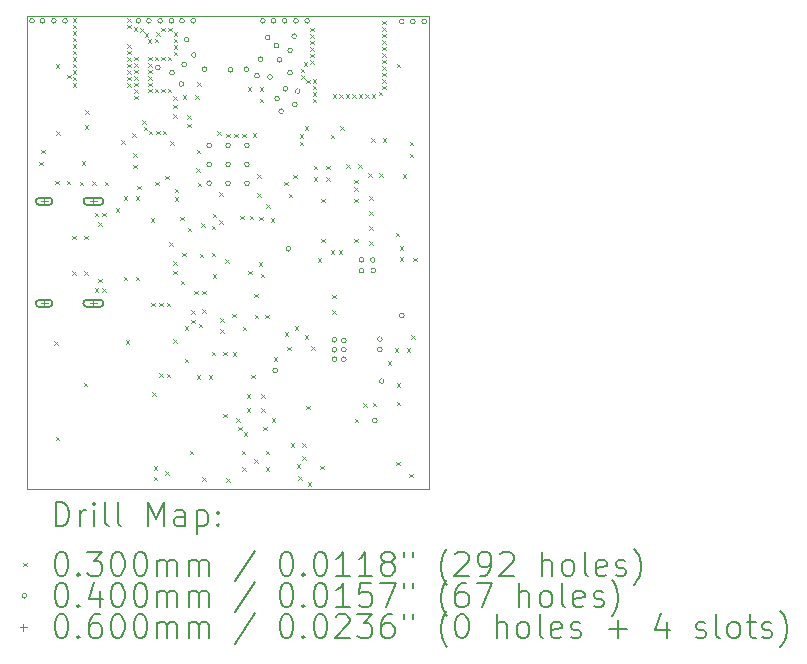
<source format=gbr>
%TF.GenerationSoftware,KiCad,Pcbnew,7.0.2-0*%
%TF.CreationDate,2023-07-19T09:37:30-04:00*%
%TF.ProjectId,ESPWatchS3,45535057-6174-4636-9853-332e6b696361,rev?*%
%TF.SameCoordinates,Original*%
%TF.FileFunction,Drillmap*%
%TF.FilePolarity,Positive*%
%FSLAX45Y45*%
G04 Gerber Fmt 4.5, Leading zero omitted, Abs format (unit mm)*
G04 Created by KiCad (PCBNEW 7.0.2-0) date 2023-07-19 09:37:30*
%MOMM*%
%LPD*%
G01*
G04 APERTURE LIST*
%ADD10C,0.100000*%
%ADD11C,0.200000*%
%ADD12C,0.030000*%
%ADD13C,0.040000*%
%ADD14C,0.060000*%
G04 APERTURE END LIST*
D10*
X2700000Y-1750000D02*
X6100000Y-1750000D01*
X6100000Y-5750000D01*
X2700000Y-5750000D01*
X2700000Y-1750000D01*
D11*
D12*
X2800000Y-2982000D02*
X2830000Y-3012000D01*
X2830000Y-2982000D02*
X2800000Y-3012000D01*
X2820000Y-2880000D02*
X2850000Y-2910000D01*
X2850000Y-2880000D02*
X2820000Y-2910000D01*
X2930000Y-4505000D02*
X2960000Y-4535000D01*
X2960000Y-4505000D02*
X2930000Y-4535000D01*
X2937000Y-3142500D02*
X2967000Y-3172500D01*
X2967000Y-3142500D02*
X2937000Y-3172500D01*
X2942500Y-2157500D02*
X2972500Y-2187500D01*
X2972500Y-2157500D02*
X2942500Y-2187500D01*
X2942500Y-5312500D02*
X2972500Y-5342500D01*
X2972500Y-5312500D02*
X2942500Y-5342500D01*
X2945000Y-2725000D02*
X2975000Y-2755000D01*
X2975000Y-2725000D02*
X2945000Y-2755000D01*
X3035000Y-3142500D02*
X3065000Y-3172500D01*
X3065000Y-3142500D02*
X3035000Y-3172500D01*
X3038000Y-2245000D02*
X3068000Y-2275000D01*
X3068000Y-2245000D02*
X3038000Y-2275000D01*
X3079000Y-3910000D02*
X3109000Y-3940000D01*
X3109000Y-3910000D02*
X3079000Y-3940000D01*
X3080000Y-3610000D02*
X3110000Y-3640000D01*
X3110000Y-3610000D02*
X3080000Y-3640000D01*
X3085000Y-1770000D02*
X3115000Y-1800000D01*
X3115000Y-1770000D02*
X3085000Y-1800000D01*
X3085000Y-1825000D02*
X3115000Y-1855000D01*
X3115000Y-1825000D02*
X3085000Y-1855000D01*
X3085000Y-1880000D02*
X3115000Y-1910000D01*
X3115000Y-1880000D02*
X3085000Y-1910000D01*
X3085000Y-1935000D02*
X3115000Y-1965000D01*
X3115000Y-1935000D02*
X3085000Y-1965000D01*
X3085000Y-1990000D02*
X3115000Y-2020000D01*
X3115000Y-1990000D02*
X3085000Y-2020000D01*
X3085000Y-2045000D02*
X3115000Y-2075000D01*
X3115000Y-2045000D02*
X3085000Y-2075000D01*
X3085000Y-2100000D02*
X3115000Y-2130000D01*
X3115000Y-2100000D02*
X3085000Y-2130000D01*
X3085000Y-2155000D02*
X3115000Y-2185000D01*
X3115000Y-2155000D02*
X3085000Y-2185000D01*
X3085000Y-2210000D02*
X3115000Y-2240000D01*
X3115000Y-2210000D02*
X3085000Y-2240000D01*
X3085000Y-2265000D02*
X3115000Y-2295000D01*
X3115000Y-2265000D02*
X3085000Y-2295000D01*
X3085000Y-2320000D02*
X3115000Y-2350000D01*
X3115000Y-2320000D02*
X3085000Y-2350000D01*
X3145000Y-3151000D02*
X3175000Y-3181000D01*
X3175000Y-3151000D02*
X3145000Y-3181000D01*
X3160000Y-2980000D02*
X3190000Y-3010000D01*
X3190000Y-2980000D02*
X3160000Y-3010000D01*
X3178000Y-4855000D02*
X3208000Y-4885000D01*
X3208000Y-4855000D02*
X3178000Y-4885000D01*
X3181000Y-3610000D02*
X3211000Y-3640000D01*
X3211000Y-3610000D02*
X3181000Y-3640000D01*
X3181000Y-3910000D02*
X3211000Y-3940000D01*
X3211000Y-3910000D02*
X3181000Y-3940000D01*
X3185000Y-2672000D02*
X3215000Y-2702000D01*
X3215000Y-2672000D02*
X3185000Y-2702000D01*
X3190000Y-2545000D02*
X3220000Y-2575000D01*
X3220000Y-2545000D02*
X3190000Y-2575000D01*
X3250000Y-3148000D02*
X3280000Y-3178000D01*
X3280000Y-3148000D02*
X3250000Y-3178000D01*
X3270000Y-3415000D02*
X3300000Y-3445000D01*
X3300000Y-3415000D02*
X3270000Y-3445000D01*
X3270000Y-4055000D02*
X3300000Y-4085000D01*
X3300000Y-4055000D02*
X3270000Y-4085000D01*
X3300000Y-3495000D02*
X3330000Y-3525000D01*
X3330000Y-3495000D02*
X3300000Y-3525000D01*
X3300000Y-3975000D02*
X3330000Y-4005000D01*
X3330000Y-3975000D02*
X3300000Y-4005000D01*
X3335000Y-3415000D02*
X3365000Y-3445000D01*
X3365000Y-3415000D02*
X3335000Y-3445000D01*
X3335000Y-4055000D02*
X3365000Y-4085000D01*
X3365000Y-4055000D02*
X3335000Y-4085000D01*
X3355000Y-3151000D02*
X3385000Y-3181000D01*
X3385000Y-3151000D02*
X3355000Y-3181000D01*
X3450000Y-3376000D02*
X3480000Y-3406000D01*
X3480000Y-3376000D02*
X3450000Y-3406000D01*
X3495000Y-2799000D02*
X3525000Y-2829000D01*
X3525000Y-2799000D02*
X3495000Y-2829000D01*
X3515000Y-3274000D02*
X3545000Y-3304000D01*
X3545000Y-3274000D02*
X3515000Y-3304000D01*
X3515000Y-3955000D02*
X3545000Y-3985000D01*
X3545000Y-3955000D02*
X3515000Y-3985000D01*
X3535000Y-4495000D02*
X3565000Y-4525000D01*
X3565000Y-4495000D02*
X3535000Y-4525000D01*
X3545000Y-1770000D02*
X3575000Y-1800000D01*
X3575000Y-1770000D02*
X3545000Y-1800000D01*
X3545000Y-1825000D02*
X3575000Y-1855000D01*
X3575000Y-1825000D02*
X3545000Y-1855000D01*
X3545000Y-1990000D02*
X3575000Y-2020000D01*
X3575000Y-1990000D02*
X3545000Y-2020000D01*
X3545000Y-2045000D02*
X3575000Y-2075000D01*
X3575000Y-2045000D02*
X3545000Y-2075000D01*
X3545000Y-2100000D02*
X3575000Y-2130000D01*
X3575000Y-2100000D02*
X3545000Y-2130000D01*
X3545000Y-2155000D02*
X3575000Y-2185000D01*
X3575000Y-2155000D02*
X3545000Y-2185000D01*
X3545000Y-2210000D02*
X3575000Y-2240000D01*
X3575000Y-2210000D02*
X3545000Y-2240000D01*
X3545000Y-2265000D02*
X3575000Y-2295000D01*
X3575000Y-2265000D02*
X3545000Y-2295000D01*
X3545000Y-2320000D02*
X3575000Y-2350000D01*
X3575000Y-2320000D02*
X3545000Y-2350000D01*
X3590000Y-2740000D02*
X3620000Y-2770000D01*
X3620000Y-2740000D02*
X3590000Y-2770000D01*
X3596500Y-2912000D02*
X3626500Y-2942000D01*
X3626500Y-2912000D02*
X3596500Y-2942000D01*
X3596500Y-3008000D02*
X3626500Y-3038000D01*
X3626500Y-3008000D02*
X3596500Y-3038000D01*
X3600000Y-1845000D02*
X3630000Y-1875000D01*
X3630000Y-1845000D02*
X3600000Y-1875000D01*
X3605000Y-2095000D02*
X3635000Y-2125000D01*
X3635000Y-2095000D02*
X3605000Y-2125000D01*
X3605000Y-2150000D02*
X3635000Y-2180000D01*
X3635000Y-2150000D02*
X3605000Y-2180000D01*
X3605000Y-2205000D02*
X3635000Y-2235000D01*
X3635000Y-2205000D02*
X3605000Y-2235000D01*
X3605000Y-2260000D02*
X3635000Y-2290000D01*
X3635000Y-2260000D02*
X3605000Y-2290000D01*
X3605000Y-2315000D02*
X3635000Y-2345000D01*
X3635000Y-2315000D02*
X3605000Y-2345000D01*
X3605000Y-2370000D02*
X3635000Y-2400000D01*
X3635000Y-2370000D02*
X3605000Y-2400000D01*
X3605000Y-2425000D02*
X3635000Y-2455000D01*
X3635000Y-2425000D02*
X3605000Y-2455000D01*
X3620000Y-3274000D02*
X3650000Y-3304000D01*
X3650000Y-3274000D02*
X3620000Y-3304000D01*
X3620000Y-3955000D02*
X3650000Y-3985000D01*
X3650000Y-3955000D02*
X3620000Y-3985000D01*
X3632450Y-3185000D02*
X3662450Y-3215000D01*
X3662450Y-3185000D02*
X3632450Y-3215000D01*
X3655000Y-1855000D02*
X3685000Y-1885000D01*
X3685000Y-1855000D02*
X3655000Y-1885000D01*
X3675000Y-2630000D02*
X3705000Y-2660000D01*
X3705000Y-2630000D02*
X3675000Y-2660000D01*
X3685000Y-2685000D02*
X3715000Y-2715000D01*
X3715000Y-2685000D02*
X3685000Y-2715000D01*
X3695000Y-1895000D02*
X3725000Y-1925000D01*
X3725000Y-1895000D02*
X3695000Y-1925000D01*
X3720000Y-1945000D02*
X3750000Y-1975000D01*
X3750000Y-1945000D02*
X3720000Y-1975000D01*
X3725000Y-2095000D02*
X3755000Y-2125000D01*
X3755000Y-2095000D02*
X3725000Y-2125000D01*
X3725000Y-2150000D02*
X3755000Y-2180000D01*
X3755000Y-2150000D02*
X3725000Y-2180000D01*
X3725000Y-2205000D02*
X3755000Y-2235000D01*
X3755000Y-2205000D02*
X3725000Y-2235000D01*
X3725000Y-2260000D02*
X3755000Y-2290000D01*
X3755000Y-2260000D02*
X3725000Y-2290000D01*
X3725000Y-2315000D02*
X3755000Y-2345000D01*
X3755000Y-2315000D02*
X3725000Y-2345000D01*
X3725000Y-2365000D02*
X3755000Y-2395000D01*
X3755000Y-2365000D02*
X3725000Y-2395000D01*
X3730000Y-2720000D02*
X3760000Y-2750000D01*
X3760000Y-2720000D02*
X3730000Y-2750000D01*
X3745000Y-3460000D02*
X3775000Y-3490000D01*
X3775000Y-3460000D02*
X3745000Y-3490000D01*
X3750000Y-4175000D02*
X3780000Y-4205000D01*
X3780000Y-4175000D02*
X3750000Y-4205000D01*
X3760000Y-4935000D02*
X3790000Y-4965000D01*
X3790000Y-4935000D02*
X3760000Y-4965000D01*
X3770000Y-5560000D02*
X3800000Y-5590000D01*
X3800000Y-5560000D02*
X3770000Y-5590000D01*
X3770000Y-5650000D02*
X3800000Y-5680000D01*
X3800000Y-5650000D02*
X3770000Y-5680000D01*
X3780000Y-1940000D02*
X3810000Y-1970000D01*
X3810000Y-1940000D02*
X3780000Y-1970000D01*
X3780000Y-2095000D02*
X3810000Y-2125000D01*
X3810000Y-2095000D02*
X3780000Y-2125000D01*
X3780000Y-2365000D02*
X3810000Y-2395000D01*
X3810000Y-2365000D02*
X3780000Y-2395000D01*
X3785000Y-3151000D02*
X3815000Y-3181000D01*
X3815000Y-3151000D02*
X3785000Y-3181000D01*
X3790000Y-1885000D02*
X3820000Y-1915000D01*
X3820000Y-1885000D02*
X3790000Y-1915000D01*
X3790000Y-2720000D02*
X3820000Y-2750000D01*
X3820000Y-2720000D02*
X3790000Y-2750000D01*
X3815000Y-4175000D02*
X3845000Y-4205000D01*
X3845000Y-4175000D02*
X3815000Y-4205000D01*
X3815000Y-4772450D02*
X3845000Y-4802450D01*
X3845000Y-4772450D02*
X3815000Y-4802450D01*
X3835000Y-1850000D02*
X3865000Y-1880000D01*
X3865000Y-1850000D02*
X3835000Y-1880000D01*
X3835000Y-2095000D02*
X3865000Y-2125000D01*
X3865000Y-2095000D02*
X3835000Y-2125000D01*
X3835000Y-2365000D02*
X3865000Y-2395000D01*
X3865000Y-2365000D02*
X3835000Y-2395000D01*
X3845000Y-2720000D02*
X3875000Y-2750000D01*
X3875000Y-2720000D02*
X3845000Y-2750000D01*
X3870000Y-3100000D02*
X3900000Y-3130000D01*
X3900000Y-3100000D02*
X3870000Y-3130000D01*
X3870000Y-5605000D02*
X3900000Y-5635000D01*
X3900000Y-5605000D02*
X3870000Y-5635000D01*
X3879819Y-4776582D02*
X3909819Y-4806582D01*
X3909819Y-4776582D02*
X3879819Y-4806582D01*
X3879950Y-4175000D02*
X3909950Y-4205000D01*
X3909950Y-4175000D02*
X3879950Y-4205000D01*
X3890000Y-2095000D02*
X3920000Y-2125000D01*
X3920000Y-2095000D02*
X3890000Y-2125000D01*
X3890000Y-2365000D02*
X3920000Y-2395000D01*
X3920000Y-2365000D02*
X3890000Y-2395000D01*
X3895000Y-1850000D02*
X3925000Y-1880000D01*
X3925000Y-1850000D02*
X3895000Y-1880000D01*
X3900000Y-3665000D02*
X3930000Y-3695000D01*
X3930000Y-3665000D02*
X3900000Y-3695000D01*
X3910000Y-2810000D02*
X3940000Y-2840000D01*
X3940000Y-2810000D02*
X3910000Y-2840000D01*
X3935000Y-2430000D02*
X3965000Y-2460000D01*
X3965000Y-2430000D02*
X3935000Y-2460000D01*
X3935000Y-2500000D02*
X3965000Y-2530000D01*
X3965000Y-2500000D02*
X3935000Y-2530000D01*
X3935000Y-2580000D02*
X3965000Y-2610000D01*
X3965000Y-2580000D02*
X3935000Y-2610000D01*
X3935000Y-3825000D02*
X3965000Y-3855000D01*
X3965000Y-3825000D02*
X3935000Y-3855000D01*
X3935000Y-4485000D02*
X3965000Y-4515000D01*
X3965000Y-4485000D02*
X3935000Y-4515000D01*
X3937225Y-3904950D02*
X3967225Y-3934950D01*
X3967225Y-3904950D02*
X3937225Y-3934950D01*
X3940000Y-1885000D02*
X3970000Y-1915000D01*
X3970000Y-1885000D02*
X3940000Y-1915000D01*
X3940000Y-1940000D02*
X3970000Y-1970000D01*
X3970000Y-1940000D02*
X3940000Y-1970000D01*
X3940000Y-1995000D02*
X3970000Y-2025000D01*
X3970000Y-1995000D02*
X3940000Y-2025000D01*
X3940000Y-2050000D02*
X3970000Y-2080000D01*
X3970000Y-2050000D02*
X3940000Y-2080000D01*
X3950000Y-3210000D02*
X3980000Y-3240000D01*
X3980000Y-3210000D02*
X3950000Y-3240000D01*
X3950000Y-3285000D02*
X3980000Y-3315000D01*
X3980000Y-3285000D02*
X3950000Y-3315000D01*
X3992892Y-3450000D02*
X4022892Y-3480000D01*
X4022892Y-3450000D02*
X3992892Y-3480000D01*
X4000000Y-3990000D02*
X4030000Y-4020000D01*
X4030000Y-3990000D02*
X4000000Y-4020000D01*
X4010000Y-3755000D02*
X4040000Y-3785000D01*
X4040000Y-3755000D02*
X4010000Y-3785000D01*
X4015000Y-2422000D02*
X4045000Y-2452000D01*
X4045000Y-2422000D02*
X4015000Y-2452000D01*
X4035000Y-4374950D02*
X4065000Y-4404950D01*
X4065000Y-4374950D02*
X4035000Y-4404950D01*
X4035000Y-4650050D02*
X4065000Y-4680050D01*
X4065000Y-4650050D02*
X4035000Y-4680050D01*
X4055000Y-2590000D02*
X4085000Y-2620000D01*
X4085000Y-2590000D02*
X4055000Y-2620000D01*
X4055000Y-2660000D02*
X4085000Y-2690000D01*
X4085000Y-2660000D02*
X4055000Y-2690000D01*
X4058000Y-3540000D02*
X4088000Y-3570000D01*
X4088000Y-3540000D02*
X4058000Y-3570000D01*
X4075000Y-5430000D02*
X4105000Y-5460000D01*
X4105000Y-5430000D02*
X4075000Y-5460000D01*
X4088948Y-4240000D02*
X4118948Y-4270000D01*
X4118948Y-4240000D02*
X4088948Y-4270000D01*
X4090000Y-4320000D02*
X4120000Y-4350000D01*
X4120000Y-4320000D02*
X4090000Y-4350000D01*
X4115050Y-4075000D02*
X4145050Y-4105000D01*
X4145050Y-4075000D02*
X4115050Y-4105000D01*
X4120000Y-2422000D02*
X4150000Y-2452000D01*
X4150000Y-2422000D02*
X4120000Y-2452000D01*
X4130000Y-3040000D02*
X4160000Y-3070000D01*
X4160000Y-3040000D02*
X4130000Y-3070000D01*
X4135000Y-2880000D02*
X4165000Y-2910000D01*
X4165000Y-2880000D02*
X4135000Y-2910000D01*
X4135000Y-4790000D02*
X4165000Y-4820000D01*
X4165000Y-4790000D02*
X4135000Y-4820000D01*
X4137000Y-2310000D02*
X4167000Y-2340000D01*
X4167000Y-2310000D02*
X4137000Y-2340000D01*
X4142550Y-3160897D02*
X4172550Y-3190897D01*
X4172550Y-3160897D02*
X4142550Y-3190897D01*
X4153024Y-4355735D02*
X4183024Y-4385735D01*
X4183024Y-4355735D02*
X4153024Y-4385735D01*
X4160000Y-3762996D02*
X4190000Y-3792996D01*
X4190000Y-3762996D02*
X4160000Y-3792996D01*
X4173948Y-3506052D02*
X4203948Y-3536052D01*
X4203948Y-3506052D02*
X4173948Y-3536052D01*
X4180000Y-4075000D02*
X4210000Y-4105000D01*
X4210000Y-4075000D02*
X4180000Y-4105000D01*
X4180000Y-4230000D02*
X4210000Y-4260000D01*
X4210000Y-4230000D02*
X4180000Y-4260000D01*
X4180000Y-5655000D02*
X4210000Y-5685000D01*
X4210000Y-5655000D02*
X4180000Y-5685000D01*
X4235000Y-4790000D02*
X4265000Y-4820000D01*
X4265000Y-4790000D02*
X4235000Y-4820000D01*
X4260000Y-3525000D02*
X4290000Y-3555000D01*
X4290000Y-3525000D02*
X4260000Y-3555000D01*
X4260000Y-3755000D02*
X4290000Y-3785000D01*
X4290000Y-3755000D02*
X4260000Y-3785000D01*
X4260000Y-4590000D02*
X4290000Y-4620000D01*
X4290000Y-4590000D02*
X4260000Y-4620000D01*
X4270000Y-3425000D02*
X4300000Y-3455000D01*
X4300000Y-3425000D02*
X4270000Y-3455000D01*
X4270000Y-3935000D02*
X4300000Y-3965000D01*
X4300000Y-3935000D02*
X4270000Y-3965000D01*
X4310388Y-2726466D02*
X4340388Y-2756466D01*
X4340388Y-2726466D02*
X4310388Y-2756466D01*
X4325000Y-3477500D02*
X4355000Y-3507500D01*
X4355000Y-3477500D02*
X4325000Y-3507500D01*
X4327000Y-3240000D02*
X4357000Y-3270000D01*
X4357000Y-3240000D02*
X4327000Y-3270000D01*
X4335000Y-4307000D02*
X4365000Y-4337000D01*
X4365000Y-4307000D02*
X4335000Y-4337000D01*
X4335000Y-4400000D02*
X4365000Y-4430000D01*
X4365000Y-4400000D02*
X4335000Y-4430000D01*
X4360000Y-4590000D02*
X4390000Y-4620000D01*
X4390000Y-4590000D02*
X4360000Y-4620000D01*
X4360000Y-5118000D02*
X4390000Y-5148000D01*
X4390000Y-5118000D02*
X4360000Y-5148000D01*
X4375000Y-3810000D02*
X4405000Y-3840000D01*
X4405000Y-3810000D02*
X4375000Y-3840000D01*
X4385000Y-2747550D02*
X4415000Y-2777550D01*
X4415000Y-2747550D02*
X4385000Y-2777550D01*
X4385000Y-5665000D02*
X4415000Y-5695000D01*
X4415000Y-5665000D02*
X4385000Y-5695000D01*
X4435000Y-4270000D02*
X4465000Y-4300000D01*
X4465000Y-4270000D02*
X4435000Y-4300000D01*
X4440000Y-4595000D02*
X4470000Y-4625000D01*
X4470000Y-4595000D02*
X4440000Y-4625000D01*
X4450000Y-2747550D02*
X4480000Y-2777550D01*
X4480000Y-2747550D02*
X4450000Y-2777550D01*
X4471250Y-5155000D02*
X4501250Y-5185000D01*
X4501250Y-5155000D02*
X4471250Y-5185000D01*
X4485000Y-5226448D02*
X4515000Y-5256448D01*
X4515000Y-5226448D02*
X4485000Y-5256448D01*
X4502450Y-3440000D02*
X4532450Y-3470000D01*
X4532450Y-3440000D02*
X4502450Y-3470000D01*
X4515000Y-5430000D02*
X4545000Y-5460000D01*
X4545000Y-5430000D02*
X4515000Y-5460000D01*
X4520000Y-2747550D02*
X4550000Y-2777550D01*
X4550000Y-2747550D02*
X4520000Y-2777550D01*
X4520000Y-5570000D02*
X4550000Y-5600000D01*
X4550000Y-5570000D02*
X4520000Y-5600000D01*
X4525000Y-4380000D02*
X4555000Y-4410000D01*
X4555000Y-4380000D02*
X4525000Y-4410000D01*
X4533948Y-5273948D02*
X4563948Y-5303948D01*
X4563948Y-5273948D02*
X4533948Y-5303948D01*
X4560000Y-4950000D02*
X4590000Y-4980000D01*
X4590000Y-4950000D02*
X4560000Y-4980000D01*
X4560000Y-5070000D02*
X4590000Y-5100000D01*
X4590000Y-5070000D02*
X4560000Y-5100000D01*
X4565000Y-2352000D02*
X4595000Y-2382000D01*
X4595000Y-2352000D02*
X4565000Y-2382000D01*
X4568843Y-3906295D02*
X4598843Y-3936295D01*
X4598843Y-3906295D02*
X4568843Y-3936295D01*
X4585000Y-3440000D02*
X4615000Y-3470000D01*
X4615000Y-3440000D02*
X4585000Y-3470000D01*
X4595000Y-4785000D02*
X4625000Y-4815000D01*
X4625000Y-4785000D02*
X4595000Y-4815000D01*
X4610000Y-2740000D02*
X4640000Y-2770000D01*
X4640000Y-2740000D02*
X4610000Y-2770000D01*
X4620000Y-4100000D02*
X4650000Y-4130000D01*
X4650000Y-4100000D02*
X4620000Y-4130000D01*
X4620000Y-5500000D02*
X4650000Y-5530000D01*
X4650000Y-5500000D02*
X4620000Y-5530000D01*
X4625000Y-4280000D02*
X4655000Y-4310000D01*
X4655000Y-4280000D02*
X4625000Y-4310000D01*
X4645000Y-3250000D02*
X4675000Y-3280000D01*
X4675000Y-3250000D02*
X4645000Y-3280000D01*
X4647550Y-3090000D02*
X4677550Y-3120000D01*
X4677550Y-3090000D02*
X4647550Y-3120000D01*
X4660000Y-3835000D02*
X4690000Y-3865000D01*
X4690000Y-3835000D02*
X4660000Y-3865000D01*
X4665000Y-3450000D02*
X4695000Y-3480000D01*
X4695000Y-3450000D02*
X4665000Y-3480000D01*
X4670000Y-2352000D02*
X4700000Y-2382000D01*
X4700000Y-2352000D02*
X4670000Y-2382000D01*
X4670000Y-2448000D02*
X4700000Y-2478000D01*
X4700000Y-2448000D02*
X4670000Y-2478000D01*
X4675000Y-3930000D02*
X4705000Y-3960000D01*
X4705000Y-3930000D02*
X4675000Y-3960000D01*
X4680000Y-4950000D02*
X4710000Y-4980000D01*
X4710000Y-4950000D02*
X4680000Y-4980000D01*
X4680000Y-5070000D02*
X4710000Y-5100000D01*
X4710000Y-5070000D02*
X4680000Y-5100000D01*
X4695748Y-5225577D02*
X4725748Y-5255577D01*
X4725748Y-5225577D02*
X4695748Y-5255577D01*
X4715000Y-4280000D02*
X4745000Y-4310000D01*
X4745000Y-4280000D02*
X4715000Y-4310000D01*
X4720000Y-5430000D02*
X4750000Y-5460000D01*
X4750000Y-5430000D02*
X4720000Y-5460000D01*
X4720000Y-5570000D02*
X4750000Y-5600000D01*
X4750000Y-5570000D02*
X4720000Y-5600000D01*
X4725000Y-3345000D02*
X4755000Y-3375000D01*
X4755000Y-3345000D02*
X4725000Y-3375000D01*
X4760000Y-3460000D02*
X4790000Y-3490000D01*
X4790000Y-3460000D02*
X4760000Y-3490000D01*
X4770000Y-5155000D02*
X4800000Y-5185000D01*
X4800000Y-5155000D02*
X4770000Y-5185000D01*
X4785000Y-4640000D02*
X4815000Y-4670000D01*
X4815000Y-4640000D02*
X4785000Y-4670000D01*
X4875221Y-3151012D02*
X4905221Y-3181012D01*
X4905221Y-3151012D02*
X4875221Y-3181012D01*
X4880000Y-4425000D02*
X4910000Y-4455000D01*
X4910000Y-4425000D02*
X4880000Y-4455000D01*
X4900000Y-4550000D02*
X4930000Y-4580000D01*
X4930000Y-4550000D02*
X4900000Y-4580000D01*
X4912550Y-3255445D02*
X4942550Y-3285445D01*
X4942550Y-3255445D02*
X4912550Y-3285445D01*
X4932000Y-5365000D02*
X4962000Y-5395000D01*
X4962000Y-5365000D02*
X4932000Y-5395000D01*
X4951745Y-3093255D02*
X4981745Y-3123255D01*
X4981745Y-3093255D02*
X4951745Y-3123255D01*
X4964605Y-4377500D02*
X4994605Y-4407500D01*
X4994605Y-4377500D02*
X4964605Y-4407500D01*
X4983136Y-5544290D02*
X5013136Y-5574290D01*
X5013136Y-5544290D02*
X4983136Y-5574290D01*
X4992621Y-5647550D02*
X5022621Y-5677550D01*
X5022621Y-5647550D02*
X4992621Y-5677550D01*
X5005000Y-2750000D02*
X5035000Y-2780000D01*
X5035000Y-2750000D02*
X5005000Y-2780000D01*
X5005000Y-2814950D02*
X5035000Y-2844950D01*
X5035000Y-2814950D02*
X5005000Y-2844950D01*
X5015000Y-2195000D02*
X5045000Y-2225000D01*
X5045000Y-2195000D02*
X5015000Y-2225000D01*
X5020000Y-2250000D02*
X5050000Y-2280000D01*
X5050000Y-2250000D02*
X5020000Y-2280000D01*
X5028000Y-5365000D02*
X5058000Y-5395000D01*
X5058000Y-5365000D02*
X5028000Y-5395000D01*
X5028000Y-5475000D02*
X5058000Y-5505000D01*
X5058000Y-5475000D02*
X5028000Y-5505000D01*
X5040000Y-2140000D02*
X5070000Y-2170000D01*
X5070000Y-2140000D02*
X5040000Y-2170000D01*
X5050000Y-2684221D02*
X5080000Y-2714221D01*
X5080000Y-2684221D02*
X5050000Y-2714221D01*
X5050000Y-4450000D02*
X5080000Y-4480000D01*
X5080000Y-4450000D02*
X5050000Y-4480000D01*
X5060000Y-2290000D02*
X5090000Y-2320000D01*
X5090000Y-2290000D02*
X5060000Y-2320000D01*
X5060000Y-5050000D02*
X5090000Y-5080000D01*
X5090000Y-5050000D02*
X5060000Y-5080000D01*
X5075000Y-5695000D02*
X5105000Y-5725000D01*
X5105000Y-5695000D02*
X5075000Y-5725000D01*
X5095000Y-1850000D02*
X5125000Y-1880000D01*
X5125000Y-1850000D02*
X5095000Y-1880000D01*
X5095000Y-1905000D02*
X5125000Y-1935000D01*
X5125000Y-1905000D02*
X5095000Y-1935000D01*
X5095000Y-1960000D02*
X5125000Y-1990000D01*
X5125000Y-1960000D02*
X5095000Y-1990000D01*
X5095000Y-2015000D02*
X5125000Y-2045000D01*
X5125000Y-2015000D02*
X5095000Y-2045000D01*
X5095000Y-2070000D02*
X5125000Y-2100000D01*
X5125000Y-2070000D02*
X5095000Y-2100000D01*
X5095000Y-2125000D02*
X5125000Y-2155000D01*
X5125000Y-2125000D02*
X5095000Y-2155000D01*
X5105000Y-4545000D02*
X5135000Y-4575000D01*
X5135000Y-4545000D02*
X5105000Y-4575000D01*
X5115000Y-2285000D02*
X5145000Y-2315000D01*
X5145000Y-2285000D02*
X5115000Y-2315000D01*
X5115000Y-2340000D02*
X5145000Y-2370000D01*
X5145000Y-2340000D02*
X5115000Y-2370000D01*
X5115000Y-2395000D02*
X5145000Y-2425000D01*
X5145000Y-2395000D02*
X5115000Y-2425000D01*
X5115000Y-2450000D02*
X5145000Y-2480000D01*
X5145000Y-2450000D02*
X5115000Y-2480000D01*
X5125000Y-3017000D02*
X5155000Y-3047000D01*
X5155000Y-3017000D02*
X5125000Y-3047000D01*
X5125000Y-3113000D02*
X5155000Y-3143000D01*
X5155000Y-3113000D02*
X5125000Y-3143000D01*
X5160000Y-3800000D02*
X5190000Y-3830000D01*
X5190000Y-3800000D02*
X5160000Y-3830000D01*
X5180000Y-5558750D02*
X5210000Y-5588750D01*
X5210000Y-5558750D02*
X5180000Y-5588750D01*
X5190000Y-3295000D02*
X5220000Y-3325000D01*
X5220000Y-3295000D02*
X5190000Y-3325000D01*
X5190000Y-3635000D02*
X5220000Y-3665000D01*
X5220000Y-3635000D02*
X5190000Y-3665000D01*
X5230000Y-3017000D02*
X5260000Y-3047000D01*
X5260000Y-3017000D02*
X5230000Y-3047000D01*
X5230000Y-3113000D02*
X5260000Y-3143000D01*
X5260000Y-3113000D02*
X5230000Y-3143000D01*
X5269050Y-2755000D02*
X5299050Y-2785000D01*
X5299050Y-2755000D02*
X5269050Y-2785000D01*
X5270000Y-3732550D02*
X5300000Y-3762550D01*
X5300000Y-3732550D02*
X5270000Y-3762550D01*
X5280000Y-4110000D02*
X5310000Y-4140000D01*
X5310000Y-4110000D02*
X5280000Y-4140000D01*
X5280000Y-4240000D02*
X5310000Y-4270000D01*
X5310000Y-4240000D02*
X5280000Y-4270000D01*
X5285000Y-2410000D02*
X5315000Y-2440000D01*
X5315000Y-2410000D02*
X5285000Y-2440000D01*
X5337377Y-3732277D02*
X5367377Y-3762277D01*
X5367377Y-3732277D02*
X5337377Y-3762277D01*
X5340000Y-2410000D02*
X5370000Y-2440000D01*
X5370000Y-2410000D02*
X5340000Y-2440000D01*
X5350000Y-2684221D02*
X5380000Y-2714221D01*
X5380000Y-2684221D02*
X5350000Y-2714221D01*
X5395000Y-2410000D02*
X5425000Y-2440000D01*
X5425000Y-2410000D02*
X5395000Y-2440000D01*
X5400000Y-3002550D02*
X5430000Y-3032550D01*
X5430000Y-3002550D02*
X5400000Y-3032550D01*
X5450000Y-2410000D02*
X5480000Y-2440000D01*
X5480000Y-2410000D02*
X5450000Y-2440000D01*
X5470000Y-3135050D02*
X5500000Y-3165050D01*
X5500000Y-3135050D02*
X5470000Y-3165050D01*
X5470000Y-3200000D02*
X5500000Y-3230000D01*
X5500000Y-3200000D02*
X5470000Y-3230000D01*
X5470000Y-3295000D02*
X5500000Y-3325000D01*
X5500000Y-3295000D02*
X5470000Y-3325000D01*
X5470000Y-3635000D02*
X5500000Y-3665000D01*
X5500000Y-3635000D02*
X5470000Y-3665000D01*
X5472500Y-5160000D02*
X5502500Y-5190000D01*
X5502500Y-5160000D02*
X5472500Y-5190000D01*
X5500000Y-3005000D02*
X5530000Y-3035000D01*
X5530000Y-3005000D02*
X5500000Y-3035000D01*
X5505000Y-2410000D02*
X5535000Y-2440000D01*
X5535000Y-2410000D02*
X5505000Y-2440000D01*
X5543000Y-5030000D02*
X5573000Y-5060000D01*
X5573000Y-5030000D02*
X5543000Y-5060000D01*
X5560000Y-2410000D02*
X5590000Y-2440000D01*
X5590000Y-2410000D02*
X5560000Y-2440000D01*
X5588656Y-3081344D02*
X5618656Y-3111344D01*
X5618656Y-3081344D02*
X5588656Y-3111344D01*
X5595000Y-3275000D02*
X5625000Y-3305000D01*
X5625000Y-3275000D02*
X5595000Y-3305000D01*
X5595000Y-3400000D02*
X5625000Y-3430000D01*
X5625000Y-3400000D02*
X5595000Y-3430000D01*
X5595000Y-3530000D02*
X5625000Y-3560000D01*
X5625000Y-3530000D02*
X5595000Y-3560000D01*
X5596250Y-3655500D02*
X5626250Y-3685500D01*
X5626250Y-3655500D02*
X5596250Y-3685500D01*
X5612000Y-2785000D02*
X5642000Y-2815000D01*
X5642000Y-2785000D02*
X5612000Y-2815000D01*
X5615000Y-2410000D02*
X5645000Y-2440000D01*
X5645000Y-2410000D02*
X5615000Y-2440000D01*
X5625000Y-5025000D02*
X5655000Y-5055000D01*
X5655000Y-5025000D02*
X5625000Y-5055000D01*
X5675000Y-2390000D02*
X5705000Y-2420000D01*
X5705000Y-2390000D02*
X5675000Y-2420000D01*
X5680000Y-3082237D02*
X5710000Y-3112237D01*
X5710000Y-3082237D02*
X5680000Y-3112237D01*
X5705000Y-1790000D02*
X5735000Y-1820000D01*
X5735000Y-1790000D02*
X5705000Y-1820000D01*
X5705000Y-1845000D02*
X5735000Y-1875000D01*
X5735000Y-1845000D02*
X5705000Y-1875000D01*
X5705000Y-1900000D02*
X5735000Y-1930000D01*
X5735000Y-1900000D02*
X5705000Y-1930000D01*
X5705000Y-1955000D02*
X5735000Y-1985000D01*
X5735000Y-1955000D02*
X5705000Y-1985000D01*
X5705000Y-2010000D02*
X5735000Y-2040000D01*
X5735000Y-2010000D02*
X5705000Y-2040000D01*
X5705000Y-2065000D02*
X5735000Y-2095000D01*
X5735000Y-2065000D02*
X5705000Y-2095000D01*
X5705000Y-2120000D02*
X5735000Y-2150000D01*
X5735000Y-2120000D02*
X5705000Y-2150000D01*
X5705000Y-2175000D02*
X5735000Y-2205000D01*
X5735000Y-2175000D02*
X5705000Y-2205000D01*
X5705000Y-2230000D02*
X5735000Y-2260000D01*
X5735000Y-2230000D02*
X5705000Y-2260000D01*
X5705000Y-2285000D02*
X5735000Y-2315000D01*
X5735000Y-2285000D02*
X5705000Y-2315000D01*
X5705000Y-2340000D02*
X5735000Y-2370000D01*
X5735000Y-2340000D02*
X5705000Y-2370000D01*
X5708000Y-2785000D02*
X5738000Y-2815000D01*
X5738000Y-2785000D02*
X5708000Y-2815000D01*
X5750000Y-4670000D02*
X5780000Y-4700000D01*
X5780000Y-4670000D02*
X5750000Y-4700000D01*
X5810000Y-4560000D02*
X5840000Y-4590000D01*
X5840000Y-4560000D02*
X5810000Y-4590000D01*
X5820000Y-3585000D02*
X5850000Y-3615000D01*
X5850000Y-3585000D02*
X5820000Y-3615000D01*
X5825000Y-5524000D02*
X5855000Y-5554000D01*
X5855000Y-5524000D02*
X5825000Y-5554000D01*
X5829950Y-4857500D02*
X5859950Y-4887500D01*
X5859950Y-4857500D02*
X5829950Y-4887500D01*
X5830000Y-2155000D02*
X5860000Y-2185000D01*
X5860000Y-2155000D02*
X5830000Y-2185000D01*
X5830000Y-5015000D02*
X5860000Y-5045000D01*
X5860000Y-5015000D02*
X5830000Y-5045000D01*
X5855000Y-3697000D02*
X5885000Y-3727000D01*
X5885000Y-3697000D02*
X5855000Y-3727000D01*
X5855000Y-3793000D02*
X5885000Y-3823000D01*
X5885000Y-3793000D02*
X5855000Y-3823000D01*
X5880000Y-3090000D02*
X5910000Y-3120000D01*
X5910000Y-3090000D02*
X5880000Y-3120000D01*
X5911000Y-4560000D02*
X5941000Y-4590000D01*
X5941000Y-4560000D02*
X5911000Y-4590000D01*
X5935000Y-5625000D02*
X5965000Y-5655000D01*
X5965000Y-5625000D02*
X5935000Y-5655000D01*
X5940000Y-2814000D02*
X5970000Y-2844000D01*
X5970000Y-2814000D02*
X5940000Y-2844000D01*
X5940000Y-2916000D02*
X5970000Y-2946000D01*
X5970000Y-2916000D02*
X5940000Y-2946000D01*
X5950000Y-4451000D02*
X5980000Y-4481000D01*
X5980000Y-4451000D02*
X5950000Y-4481000D01*
X5970000Y-3796000D02*
X6000000Y-3826000D01*
X6000000Y-3796000D02*
X5970000Y-3826000D01*
D13*
X2760000Y-1790000D02*
G75*
G03*
X2760000Y-1790000I-20000J0D01*
G01*
X2850000Y-1790000D02*
G75*
G03*
X2850000Y-1790000I-20000J0D01*
G01*
X2945000Y-1790000D02*
G75*
G03*
X2945000Y-1790000I-20000J0D01*
G01*
X3040000Y-1790000D02*
G75*
G03*
X3040000Y-1790000I-20000J0D01*
G01*
X3660000Y-1790000D02*
G75*
G03*
X3660000Y-1790000I-20000J0D01*
G01*
X3750000Y-1790000D02*
G75*
G03*
X3750000Y-1790000I-20000J0D01*
G01*
X3825000Y-2185000D02*
G75*
G03*
X3825000Y-2185000I-20000J0D01*
G01*
X3845000Y-1790000D02*
G75*
G03*
X3845000Y-1790000I-20000J0D01*
G01*
X3940000Y-1790000D02*
G75*
G03*
X3940000Y-1790000I-20000J0D01*
G01*
X3945000Y-2230000D02*
G75*
G03*
X3945000Y-2230000I-20000J0D01*
G01*
X4025000Y-2325000D02*
G75*
G03*
X4025000Y-2325000I-20000J0D01*
G01*
X4030000Y-1790000D02*
G75*
G03*
X4030000Y-1790000I-20000J0D01*
G01*
X4050000Y-2160000D02*
G75*
G03*
X4050000Y-2160000I-20000J0D01*
G01*
X4070000Y-1950000D02*
G75*
G03*
X4070000Y-1950000I-20000J0D01*
G01*
X4125000Y-1790000D02*
G75*
G03*
X4125000Y-1790000I-20000J0D01*
G01*
X4130000Y-2080000D02*
G75*
G03*
X4130000Y-2080000I-20000J0D01*
G01*
X4220000Y-2200000D02*
G75*
G03*
X4220000Y-2200000I-20000J0D01*
G01*
X4260000Y-2845000D02*
G75*
G03*
X4260000Y-2845000I-20000J0D01*
G01*
X4260000Y-3005000D02*
G75*
G03*
X4260000Y-3005000I-20000J0D01*
G01*
X4260000Y-3165000D02*
G75*
G03*
X4260000Y-3165000I-20000J0D01*
G01*
X4420000Y-2845000D02*
G75*
G03*
X4420000Y-2845000I-20000J0D01*
G01*
X4420000Y-3005000D02*
G75*
G03*
X4420000Y-3005000I-20000J0D01*
G01*
X4420000Y-3165000D02*
G75*
G03*
X4420000Y-3165000I-20000J0D01*
G01*
X4440000Y-2205000D02*
G75*
G03*
X4440000Y-2205000I-20000J0D01*
G01*
X4575000Y-2200000D02*
G75*
G03*
X4575000Y-2200000I-20000J0D01*
G01*
X4580000Y-2845000D02*
G75*
G03*
X4580000Y-2845000I-20000J0D01*
G01*
X4580000Y-3005000D02*
G75*
G03*
X4580000Y-3005000I-20000J0D01*
G01*
X4580000Y-3165000D02*
G75*
G03*
X4580000Y-3165000I-20000J0D01*
G01*
X4665000Y-2255000D02*
G75*
G03*
X4665000Y-2255000I-20000J0D01*
G01*
X4695000Y-2115000D02*
G75*
G03*
X4695000Y-2115000I-20000J0D01*
G01*
X4715000Y-1790000D02*
G75*
G03*
X4715000Y-1790000I-20000J0D01*
G01*
X4755000Y-1930000D02*
G75*
G03*
X4755000Y-1930000I-20000J0D01*
G01*
X4775000Y-2265000D02*
G75*
G03*
X4775000Y-2265000I-20000J0D01*
G01*
X4805000Y-1790000D02*
G75*
G03*
X4805000Y-1790000I-20000J0D01*
G01*
X4820000Y-4750000D02*
G75*
G03*
X4820000Y-4750000I-20000J0D01*
G01*
X4830000Y-2000000D02*
G75*
G03*
X4830000Y-2000000I-20000J0D01*
G01*
X4835000Y-2450000D02*
G75*
G03*
X4835000Y-2450000I-20000J0D01*
G01*
X4855000Y-2120000D02*
G75*
G03*
X4855000Y-2120000I-20000J0D01*
G01*
X4870000Y-2555000D02*
G75*
G03*
X4870000Y-2555000I-20000J0D01*
G01*
X4900000Y-1790000D02*
G75*
G03*
X4900000Y-1790000I-20000J0D01*
G01*
X4905000Y-2365000D02*
G75*
G03*
X4905000Y-2365000I-20000J0D01*
G01*
X4930000Y-3720000D02*
G75*
G03*
X4930000Y-3720000I-20000J0D01*
G01*
X4945000Y-2040000D02*
G75*
G03*
X4945000Y-2040000I-20000J0D01*
G01*
X4945000Y-2230000D02*
G75*
G03*
X4945000Y-2230000I-20000J0D01*
G01*
X4980000Y-1920000D02*
G75*
G03*
X4980000Y-1920000I-20000J0D01*
G01*
X4985000Y-2500000D02*
G75*
G03*
X4985000Y-2500000I-20000J0D01*
G01*
X4995000Y-1790000D02*
G75*
G03*
X4995000Y-1790000I-20000J0D01*
G01*
X5010000Y-2385000D02*
G75*
G03*
X5010000Y-2385000I-20000J0D01*
G01*
X5090000Y-1790000D02*
G75*
G03*
X5090000Y-1790000I-20000J0D01*
G01*
X5320000Y-4490000D02*
G75*
G03*
X5320000Y-4490000I-20000J0D01*
G01*
X5320000Y-4575000D02*
G75*
G03*
X5320000Y-4575000I-20000J0D01*
G01*
X5320000Y-4655000D02*
G75*
G03*
X5320000Y-4655000I-20000J0D01*
G01*
X5400000Y-4495000D02*
G75*
G03*
X5400000Y-4495000I-20000J0D01*
G01*
X5400000Y-4575000D02*
G75*
G03*
X5400000Y-4575000I-20000J0D01*
G01*
X5400000Y-4655000D02*
G75*
G03*
X5400000Y-4655000I-20000J0D01*
G01*
X5550000Y-3815000D02*
G75*
G03*
X5550000Y-3815000I-20000J0D01*
G01*
X5550000Y-3905000D02*
G75*
G03*
X5550000Y-3905000I-20000J0D01*
G01*
X5645000Y-3815000D02*
G75*
G03*
X5645000Y-3815000I-20000J0D01*
G01*
X5650000Y-3905000D02*
G75*
G03*
X5650000Y-3905000I-20000J0D01*
G01*
X5662500Y-5175000D02*
G75*
G03*
X5662500Y-5175000I-20000J0D01*
G01*
X5705000Y-4485000D02*
G75*
G03*
X5705000Y-4485000I-20000J0D01*
G01*
X5705000Y-4575000D02*
G75*
G03*
X5705000Y-4575000I-20000J0D01*
G01*
X5721508Y-4840401D02*
G75*
G03*
X5721508Y-4840401I-20000J0D01*
G01*
X5890000Y-1795000D02*
G75*
G03*
X5890000Y-1795000I-20000J0D01*
G01*
X5890000Y-4285000D02*
G75*
G03*
X5890000Y-4285000I-20000J0D01*
G01*
X5985000Y-1795000D02*
G75*
G03*
X5985000Y-1795000I-20000J0D01*
G01*
X6080000Y-1795000D02*
G75*
G03*
X6080000Y-1795000I-20000J0D01*
G01*
D14*
X2842500Y-3288000D02*
X2842500Y-3348000D01*
X2812500Y-3318000D02*
X2872500Y-3318000D01*
D11*
X2882500Y-3288000D02*
X2802500Y-3288000D01*
X2802500Y-3288000D02*
G75*
G03*
X2802500Y-3348000I0J-30000D01*
G01*
X2802500Y-3348000D02*
X2882500Y-3348000D01*
X2882500Y-3348000D02*
G75*
G03*
X2882500Y-3288000I0J30000D01*
G01*
D14*
X2842500Y-4152000D02*
X2842500Y-4212000D01*
X2812500Y-4182000D02*
X2872500Y-4182000D01*
D11*
X2882500Y-4152000D02*
X2802500Y-4152000D01*
X2802500Y-4152000D02*
G75*
G03*
X2802500Y-4212000I0J-30000D01*
G01*
X2802500Y-4212000D02*
X2882500Y-4212000D01*
X2882500Y-4212000D02*
G75*
G03*
X2882500Y-4152000I0J30000D01*
G01*
D14*
X3260500Y-3288000D02*
X3260500Y-3348000D01*
X3230500Y-3318000D02*
X3290500Y-3318000D01*
D11*
X3315500Y-3288000D02*
X3205500Y-3288000D01*
X3205500Y-3288000D02*
G75*
G03*
X3205500Y-3348000I0J-30000D01*
G01*
X3205500Y-3348000D02*
X3315500Y-3348000D01*
X3315500Y-3348000D02*
G75*
G03*
X3315500Y-3288000I0J30000D01*
G01*
D14*
X3260500Y-4152000D02*
X3260500Y-4212000D01*
X3230500Y-4182000D02*
X3290500Y-4182000D01*
D11*
X3315500Y-4152000D02*
X3205500Y-4152000D01*
X3205500Y-4152000D02*
G75*
G03*
X3205500Y-4212000I0J-30000D01*
G01*
X3205500Y-4212000D02*
X3315500Y-4212000D01*
X3315500Y-4212000D02*
G75*
G03*
X3315500Y-4152000I0J30000D01*
G01*
X2942619Y-6067524D02*
X2942619Y-5867524D01*
X2942619Y-5867524D02*
X2990238Y-5867524D01*
X2990238Y-5867524D02*
X3018809Y-5877048D01*
X3018809Y-5877048D02*
X3037857Y-5896095D01*
X3037857Y-5896095D02*
X3047381Y-5915143D01*
X3047381Y-5915143D02*
X3056905Y-5953238D01*
X3056905Y-5953238D02*
X3056905Y-5981809D01*
X3056905Y-5981809D02*
X3047381Y-6019905D01*
X3047381Y-6019905D02*
X3037857Y-6038952D01*
X3037857Y-6038952D02*
X3018809Y-6058000D01*
X3018809Y-6058000D02*
X2990238Y-6067524D01*
X2990238Y-6067524D02*
X2942619Y-6067524D01*
X3142619Y-6067524D02*
X3142619Y-5934190D01*
X3142619Y-5972286D02*
X3152143Y-5953238D01*
X3152143Y-5953238D02*
X3161667Y-5943714D01*
X3161667Y-5943714D02*
X3180714Y-5934190D01*
X3180714Y-5934190D02*
X3199762Y-5934190D01*
X3266428Y-6067524D02*
X3266428Y-5934190D01*
X3266428Y-5867524D02*
X3256905Y-5877048D01*
X3256905Y-5877048D02*
X3266428Y-5886571D01*
X3266428Y-5886571D02*
X3275952Y-5877048D01*
X3275952Y-5877048D02*
X3266428Y-5867524D01*
X3266428Y-5867524D02*
X3266428Y-5886571D01*
X3390238Y-6067524D02*
X3371190Y-6058000D01*
X3371190Y-6058000D02*
X3361667Y-6038952D01*
X3361667Y-6038952D02*
X3361667Y-5867524D01*
X3495000Y-6067524D02*
X3475952Y-6058000D01*
X3475952Y-6058000D02*
X3466428Y-6038952D01*
X3466428Y-6038952D02*
X3466428Y-5867524D01*
X3723571Y-6067524D02*
X3723571Y-5867524D01*
X3723571Y-5867524D02*
X3790238Y-6010381D01*
X3790238Y-6010381D02*
X3856905Y-5867524D01*
X3856905Y-5867524D02*
X3856905Y-6067524D01*
X4037857Y-6067524D02*
X4037857Y-5962762D01*
X4037857Y-5962762D02*
X4028333Y-5943714D01*
X4028333Y-5943714D02*
X4009286Y-5934190D01*
X4009286Y-5934190D02*
X3971190Y-5934190D01*
X3971190Y-5934190D02*
X3952143Y-5943714D01*
X4037857Y-6058000D02*
X4018809Y-6067524D01*
X4018809Y-6067524D02*
X3971190Y-6067524D01*
X3971190Y-6067524D02*
X3952143Y-6058000D01*
X3952143Y-6058000D02*
X3942619Y-6038952D01*
X3942619Y-6038952D02*
X3942619Y-6019905D01*
X3942619Y-6019905D02*
X3952143Y-6000857D01*
X3952143Y-6000857D02*
X3971190Y-5991333D01*
X3971190Y-5991333D02*
X4018809Y-5991333D01*
X4018809Y-5991333D02*
X4037857Y-5981809D01*
X4133095Y-5934190D02*
X4133095Y-6134190D01*
X4133095Y-5943714D02*
X4152143Y-5934190D01*
X4152143Y-5934190D02*
X4190238Y-5934190D01*
X4190238Y-5934190D02*
X4209286Y-5943714D01*
X4209286Y-5943714D02*
X4218810Y-5953238D01*
X4218810Y-5953238D02*
X4228333Y-5972286D01*
X4228333Y-5972286D02*
X4228333Y-6029428D01*
X4228333Y-6029428D02*
X4218810Y-6048476D01*
X4218810Y-6048476D02*
X4209286Y-6058000D01*
X4209286Y-6058000D02*
X4190238Y-6067524D01*
X4190238Y-6067524D02*
X4152143Y-6067524D01*
X4152143Y-6067524D02*
X4133095Y-6058000D01*
X4314048Y-6048476D02*
X4323571Y-6058000D01*
X4323571Y-6058000D02*
X4314048Y-6067524D01*
X4314048Y-6067524D02*
X4304524Y-6058000D01*
X4304524Y-6058000D02*
X4314048Y-6048476D01*
X4314048Y-6048476D02*
X4314048Y-6067524D01*
X4314048Y-5943714D02*
X4323571Y-5953238D01*
X4323571Y-5953238D02*
X4314048Y-5962762D01*
X4314048Y-5962762D02*
X4304524Y-5953238D01*
X4304524Y-5953238D02*
X4314048Y-5943714D01*
X4314048Y-5943714D02*
X4314048Y-5962762D01*
D12*
X2665000Y-6380000D02*
X2695000Y-6410000D01*
X2695000Y-6380000D02*
X2665000Y-6410000D01*
D11*
X2980714Y-6287524D02*
X2999762Y-6287524D01*
X2999762Y-6287524D02*
X3018809Y-6297048D01*
X3018809Y-6297048D02*
X3028333Y-6306571D01*
X3028333Y-6306571D02*
X3037857Y-6325619D01*
X3037857Y-6325619D02*
X3047381Y-6363714D01*
X3047381Y-6363714D02*
X3047381Y-6411333D01*
X3047381Y-6411333D02*
X3037857Y-6449428D01*
X3037857Y-6449428D02*
X3028333Y-6468476D01*
X3028333Y-6468476D02*
X3018809Y-6478000D01*
X3018809Y-6478000D02*
X2999762Y-6487524D01*
X2999762Y-6487524D02*
X2980714Y-6487524D01*
X2980714Y-6487524D02*
X2961667Y-6478000D01*
X2961667Y-6478000D02*
X2952143Y-6468476D01*
X2952143Y-6468476D02*
X2942619Y-6449428D01*
X2942619Y-6449428D02*
X2933095Y-6411333D01*
X2933095Y-6411333D02*
X2933095Y-6363714D01*
X2933095Y-6363714D02*
X2942619Y-6325619D01*
X2942619Y-6325619D02*
X2952143Y-6306571D01*
X2952143Y-6306571D02*
X2961667Y-6297048D01*
X2961667Y-6297048D02*
X2980714Y-6287524D01*
X3133095Y-6468476D02*
X3142619Y-6478000D01*
X3142619Y-6478000D02*
X3133095Y-6487524D01*
X3133095Y-6487524D02*
X3123571Y-6478000D01*
X3123571Y-6478000D02*
X3133095Y-6468476D01*
X3133095Y-6468476D02*
X3133095Y-6487524D01*
X3209286Y-6287524D02*
X3333095Y-6287524D01*
X3333095Y-6287524D02*
X3266428Y-6363714D01*
X3266428Y-6363714D02*
X3295000Y-6363714D01*
X3295000Y-6363714D02*
X3314048Y-6373238D01*
X3314048Y-6373238D02*
X3323571Y-6382762D01*
X3323571Y-6382762D02*
X3333095Y-6401809D01*
X3333095Y-6401809D02*
X3333095Y-6449428D01*
X3333095Y-6449428D02*
X3323571Y-6468476D01*
X3323571Y-6468476D02*
X3314048Y-6478000D01*
X3314048Y-6478000D02*
X3295000Y-6487524D01*
X3295000Y-6487524D02*
X3237857Y-6487524D01*
X3237857Y-6487524D02*
X3218809Y-6478000D01*
X3218809Y-6478000D02*
X3209286Y-6468476D01*
X3456905Y-6287524D02*
X3475952Y-6287524D01*
X3475952Y-6287524D02*
X3495000Y-6297048D01*
X3495000Y-6297048D02*
X3504524Y-6306571D01*
X3504524Y-6306571D02*
X3514048Y-6325619D01*
X3514048Y-6325619D02*
X3523571Y-6363714D01*
X3523571Y-6363714D02*
X3523571Y-6411333D01*
X3523571Y-6411333D02*
X3514048Y-6449428D01*
X3514048Y-6449428D02*
X3504524Y-6468476D01*
X3504524Y-6468476D02*
X3495000Y-6478000D01*
X3495000Y-6478000D02*
X3475952Y-6487524D01*
X3475952Y-6487524D02*
X3456905Y-6487524D01*
X3456905Y-6487524D02*
X3437857Y-6478000D01*
X3437857Y-6478000D02*
X3428333Y-6468476D01*
X3428333Y-6468476D02*
X3418809Y-6449428D01*
X3418809Y-6449428D02*
X3409286Y-6411333D01*
X3409286Y-6411333D02*
X3409286Y-6363714D01*
X3409286Y-6363714D02*
X3418809Y-6325619D01*
X3418809Y-6325619D02*
X3428333Y-6306571D01*
X3428333Y-6306571D02*
X3437857Y-6297048D01*
X3437857Y-6297048D02*
X3456905Y-6287524D01*
X3647381Y-6287524D02*
X3666429Y-6287524D01*
X3666429Y-6287524D02*
X3685476Y-6297048D01*
X3685476Y-6297048D02*
X3695000Y-6306571D01*
X3695000Y-6306571D02*
X3704524Y-6325619D01*
X3704524Y-6325619D02*
X3714048Y-6363714D01*
X3714048Y-6363714D02*
X3714048Y-6411333D01*
X3714048Y-6411333D02*
X3704524Y-6449428D01*
X3704524Y-6449428D02*
X3695000Y-6468476D01*
X3695000Y-6468476D02*
X3685476Y-6478000D01*
X3685476Y-6478000D02*
X3666429Y-6487524D01*
X3666429Y-6487524D02*
X3647381Y-6487524D01*
X3647381Y-6487524D02*
X3628333Y-6478000D01*
X3628333Y-6478000D02*
X3618809Y-6468476D01*
X3618809Y-6468476D02*
X3609286Y-6449428D01*
X3609286Y-6449428D02*
X3599762Y-6411333D01*
X3599762Y-6411333D02*
X3599762Y-6363714D01*
X3599762Y-6363714D02*
X3609286Y-6325619D01*
X3609286Y-6325619D02*
X3618809Y-6306571D01*
X3618809Y-6306571D02*
X3628333Y-6297048D01*
X3628333Y-6297048D02*
X3647381Y-6287524D01*
X3799762Y-6487524D02*
X3799762Y-6354190D01*
X3799762Y-6373238D02*
X3809286Y-6363714D01*
X3809286Y-6363714D02*
X3828333Y-6354190D01*
X3828333Y-6354190D02*
X3856905Y-6354190D01*
X3856905Y-6354190D02*
X3875952Y-6363714D01*
X3875952Y-6363714D02*
X3885476Y-6382762D01*
X3885476Y-6382762D02*
X3885476Y-6487524D01*
X3885476Y-6382762D02*
X3895000Y-6363714D01*
X3895000Y-6363714D02*
X3914048Y-6354190D01*
X3914048Y-6354190D02*
X3942619Y-6354190D01*
X3942619Y-6354190D02*
X3961667Y-6363714D01*
X3961667Y-6363714D02*
X3971190Y-6382762D01*
X3971190Y-6382762D02*
X3971190Y-6487524D01*
X4066429Y-6487524D02*
X4066429Y-6354190D01*
X4066429Y-6373238D02*
X4075952Y-6363714D01*
X4075952Y-6363714D02*
X4095000Y-6354190D01*
X4095000Y-6354190D02*
X4123571Y-6354190D01*
X4123571Y-6354190D02*
X4142619Y-6363714D01*
X4142619Y-6363714D02*
X4152143Y-6382762D01*
X4152143Y-6382762D02*
X4152143Y-6487524D01*
X4152143Y-6382762D02*
X4161667Y-6363714D01*
X4161667Y-6363714D02*
X4180714Y-6354190D01*
X4180714Y-6354190D02*
X4209286Y-6354190D01*
X4209286Y-6354190D02*
X4228333Y-6363714D01*
X4228333Y-6363714D02*
X4237857Y-6382762D01*
X4237857Y-6382762D02*
X4237857Y-6487524D01*
X4628333Y-6278000D02*
X4456905Y-6535143D01*
X4885476Y-6287524D02*
X4904524Y-6287524D01*
X4904524Y-6287524D02*
X4923572Y-6297048D01*
X4923572Y-6297048D02*
X4933095Y-6306571D01*
X4933095Y-6306571D02*
X4942619Y-6325619D01*
X4942619Y-6325619D02*
X4952143Y-6363714D01*
X4952143Y-6363714D02*
X4952143Y-6411333D01*
X4952143Y-6411333D02*
X4942619Y-6449428D01*
X4942619Y-6449428D02*
X4933095Y-6468476D01*
X4933095Y-6468476D02*
X4923572Y-6478000D01*
X4923572Y-6478000D02*
X4904524Y-6487524D01*
X4904524Y-6487524D02*
X4885476Y-6487524D01*
X4885476Y-6487524D02*
X4866429Y-6478000D01*
X4866429Y-6478000D02*
X4856905Y-6468476D01*
X4856905Y-6468476D02*
X4847381Y-6449428D01*
X4847381Y-6449428D02*
X4837857Y-6411333D01*
X4837857Y-6411333D02*
X4837857Y-6363714D01*
X4837857Y-6363714D02*
X4847381Y-6325619D01*
X4847381Y-6325619D02*
X4856905Y-6306571D01*
X4856905Y-6306571D02*
X4866429Y-6297048D01*
X4866429Y-6297048D02*
X4885476Y-6287524D01*
X5037857Y-6468476D02*
X5047381Y-6478000D01*
X5047381Y-6478000D02*
X5037857Y-6487524D01*
X5037857Y-6487524D02*
X5028334Y-6478000D01*
X5028334Y-6478000D02*
X5037857Y-6468476D01*
X5037857Y-6468476D02*
X5037857Y-6487524D01*
X5171191Y-6287524D02*
X5190238Y-6287524D01*
X5190238Y-6287524D02*
X5209286Y-6297048D01*
X5209286Y-6297048D02*
X5218810Y-6306571D01*
X5218810Y-6306571D02*
X5228334Y-6325619D01*
X5228334Y-6325619D02*
X5237857Y-6363714D01*
X5237857Y-6363714D02*
X5237857Y-6411333D01*
X5237857Y-6411333D02*
X5228334Y-6449428D01*
X5228334Y-6449428D02*
X5218810Y-6468476D01*
X5218810Y-6468476D02*
X5209286Y-6478000D01*
X5209286Y-6478000D02*
X5190238Y-6487524D01*
X5190238Y-6487524D02*
X5171191Y-6487524D01*
X5171191Y-6487524D02*
X5152143Y-6478000D01*
X5152143Y-6478000D02*
X5142619Y-6468476D01*
X5142619Y-6468476D02*
X5133095Y-6449428D01*
X5133095Y-6449428D02*
X5123572Y-6411333D01*
X5123572Y-6411333D02*
X5123572Y-6363714D01*
X5123572Y-6363714D02*
X5133095Y-6325619D01*
X5133095Y-6325619D02*
X5142619Y-6306571D01*
X5142619Y-6306571D02*
X5152143Y-6297048D01*
X5152143Y-6297048D02*
X5171191Y-6287524D01*
X5428334Y-6487524D02*
X5314048Y-6487524D01*
X5371191Y-6487524D02*
X5371191Y-6287524D01*
X5371191Y-6287524D02*
X5352143Y-6316095D01*
X5352143Y-6316095D02*
X5333095Y-6335143D01*
X5333095Y-6335143D02*
X5314048Y-6344667D01*
X5618810Y-6487524D02*
X5504524Y-6487524D01*
X5561667Y-6487524D02*
X5561667Y-6287524D01*
X5561667Y-6287524D02*
X5542619Y-6316095D01*
X5542619Y-6316095D02*
X5523572Y-6335143D01*
X5523572Y-6335143D02*
X5504524Y-6344667D01*
X5733095Y-6373238D02*
X5714048Y-6363714D01*
X5714048Y-6363714D02*
X5704524Y-6354190D01*
X5704524Y-6354190D02*
X5695000Y-6335143D01*
X5695000Y-6335143D02*
X5695000Y-6325619D01*
X5695000Y-6325619D02*
X5704524Y-6306571D01*
X5704524Y-6306571D02*
X5714048Y-6297048D01*
X5714048Y-6297048D02*
X5733095Y-6287524D01*
X5733095Y-6287524D02*
X5771191Y-6287524D01*
X5771191Y-6287524D02*
X5790238Y-6297048D01*
X5790238Y-6297048D02*
X5799762Y-6306571D01*
X5799762Y-6306571D02*
X5809286Y-6325619D01*
X5809286Y-6325619D02*
X5809286Y-6335143D01*
X5809286Y-6335143D02*
X5799762Y-6354190D01*
X5799762Y-6354190D02*
X5790238Y-6363714D01*
X5790238Y-6363714D02*
X5771191Y-6373238D01*
X5771191Y-6373238D02*
X5733095Y-6373238D01*
X5733095Y-6373238D02*
X5714048Y-6382762D01*
X5714048Y-6382762D02*
X5704524Y-6392286D01*
X5704524Y-6392286D02*
X5695000Y-6411333D01*
X5695000Y-6411333D02*
X5695000Y-6449428D01*
X5695000Y-6449428D02*
X5704524Y-6468476D01*
X5704524Y-6468476D02*
X5714048Y-6478000D01*
X5714048Y-6478000D02*
X5733095Y-6487524D01*
X5733095Y-6487524D02*
X5771191Y-6487524D01*
X5771191Y-6487524D02*
X5790238Y-6478000D01*
X5790238Y-6478000D02*
X5799762Y-6468476D01*
X5799762Y-6468476D02*
X5809286Y-6449428D01*
X5809286Y-6449428D02*
X5809286Y-6411333D01*
X5809286Y-6411333D02*
X5799762Y-6392286D01*
X5799762Y-6392286D02*
X5790238Y-6382762D01*
X5790238Y-6382762D02*
X5771191Y-6373238D01*
X5885476Y-6287524D02*
X5885476Y-6325619D01*
X5961667Y-6287524D02*
X5961667Y-6325619D01*
X6256905Y-6563714D02*
X6247381Y-6554190D01*
X6247381Y-6554190D02*
X6228334Y-6525619D01*
X6228334Y-6525619D02*
X6218810Y-6506571D01*
X6218810Y-6506571D02*
X6209286Y-6478000D01*
X6209286Y-6478000D02*
X6199762Y-6430381D01*
X6199762Y-6430381D02*
X6199762Y-6392286D01*
X6199762Y-6392286D02*
X6209286Y-6344667D01*
X6209286Y-6344667D02*
X6218810Y-6316095D01*
X6218810Y-6316095D02*
X6228334Y-6297048D01*
X6228334Y-6297048D02*
X6247381Y-6268476D01*
X6247381Y-6268476D02*
X6256905Y-6258952D01*
X6323572Y-6306571D02*
X6333095Y-6297048D01*
X6333095Y-6297048D02*
X6352143Y-6287524D01*
X6352143Y-6287524D02*
X6399762Y-6287524D01*
X6399762Y-6287524D02*
X6418810Y-6297048D01*
X6418810Y-6297048D02*
X6428334Y-6306571D01*
X6428334Y-6306571D02*
X6437857Y-6325619D01*
X6437857Y-6325619D02*
X6437857Y-6344667D01*
X6437857Y-6344667D02*
X6428334Y-6373238D01*
X6428334Y-6373238D02*
X6314048Y-6487524D01*
X6314048Y-6487524D02*
X6437857Y-6487524D01*
X6533095Y-6487524D02*
X6571191Y-6487524D01*
X6571191Y-6487524D02*
X6590238Y-6478000D01*
X6590238Y-6478000D02*
X6599762Y-6468476D01*
X6599762Y-6468476D02*
X6618810Y-6439905D01*
X6618810Y-6439905D02*
X6628334Y-6401809D01*
X6628334Y-6401809D02*
X6628334Y-6325619D01*
X6628334Y-6325619D02*
X6618810Y-6306571D01*
X6618810Y-6306571D02*
X6609286Y-6297048D01*
X6609286Y-6297048D02*
X6590238Y-6287524D01*
X6590238Y-6287524D02*
X6552143Y-6287524D01*
X6552143Y-6287524D02*
X6533095Y-6297048D01*
X6533095Y-6297048D02*
X6523572Y-6306571D01*
X6523572Y-6306571D02*
X6514048Y-6325619D01*
X6514048Y-6325619D02*
X6514048Y-6373238D01*
X6514048Y-6373238D02*
X6523572Y-6392286D01*
X6523572Y-6392286D02*
X6533095Y-6401809D01*
X6533095Y-6401809D02*
X6552143Y-6411333D01*
X6552143Y-6411333D02*
X6590238Y-6411333D01*
X6590238Y-6411333D02*
X6609286Y-6401809D01*
X6609286Y-6401809D02*
X6618810Y-6392286D01*
X6618810Y-6392286D02*
X6628334Y-6373238D01*
X6704524Y-6306571D02*
X6714048Y-6297048D01*
X6714048Y-6297048D02*
X6733095Y-6287524D01*
X6733095Y-6287524D02*
X6780715Y-6287524D01*
X6780715Y-6287524D02*
X6799762Y-6297048D01*
X6799762Y-6297048D02*
X6809286Y-6306571D01*
X6809286Y-6306571D02*
X6818810Y-6325619D01*
X6818810Y-6325619D02*
X6818810Y-6344667D01*
X6818810Y-6344667D02*
X6809286Y-6373238D01*
X6809286Y-6373238D02*
X6695000Y-6487524D01*
X6695000Y-6487524D02*
X6818810Y-6487524D01*
X7056905Y-6487524D02*
X7056905Y-6287524D01*
X7142619Y-6487524D02*
X7142619Y-6382762D01*
X7142619Y-6382762D02*
X7133096Y-6363714D01*
X7133096Y-6363714D02*
X7114048Y-6354190D01*
X7114048Y-6354190D02*
X7085476Y-6354190D01*
X7085476Y-6354190D02*
X7066429Y-6363714D01*
X7066429Y-6363714D02*
X7056905Y-6373238D01*
X7266429Y-6487524D02*
X7247381Y-6478000D01*
X7247381Y-6478000D02*
X7237857Y-6468476D01*
X7237857Y-6468476D02*
X7228334Y-6449428D01*
X7228334Y-6449428D02*
X7228334Y-6392286D01*
X7228334Y-6392286D02*
X7237857Y-6373238D01*
X7237857Y-6373238D02*
X7247381Y-6363714D01*
X7247381Y-6363714D02*
X7266429Y-6354190D01*
X7266429Y-6354190D02*
X7295000Y-6354190D01*
X7295000Y-6354190D02*
X7314048Y-6363714D01*
X7314048Y-6363714D02*
X7323572Y-6373238D01*
X7323572Y-6373238D02*
X7333096Y-6392286D01*
X7333096Y-6392286D02*
X7333096Y-6449428D01*
X7333096Y-6449428D02*
X7323572Y-6468476D01*
X7323572Y-6468476D02*
X7314048Y-6478000D01*
X7314048Y-6478000D02*
X7295000Y-6487524D01*
X7295000Y-6487524D02*
X7266429Y-6487524D01*
X7447381Y-6487524D02*
X7428334Y-6478000D01*
X7428334Y-6478000D02*
X7418810Y-6458952D01*
X7418810Y-6458952D02*
X7418810Y-6287524D01*
X7599762Y-6478000D02*
X7580715Y-6487524D01*
X7580715Y-6487524D02*
X7542619Y-6487524D01*
X7542619Y-6487524D02*
X7523572Y-6478000D01*
X7523572Y-6478000D02*
X7514048Y-6458952D01*
X7514048Y-6458952D02*
X7514048Y-6382762D01*
X7514048Y-6382762D02*
X7523572Y-6363714D01*
X7523572Y-6363714D02*
X7542619Y-6354190D01*
X7542619Y-6354190D02*
X7580715Y-6354190D01*
X7580715Y-6354190D02*
X7599762Y-6363714D01*
X7599762Y-6363714D02*
X7609286Y-6382762D01*
X7609286Y-6382762D02*
X7609286Y-6401809D01*
X7609286Y-6401809D02*
X7514048Y-6420857D01*
X7685477Y-6478000D02*
X7704524Y-6487524D01*
X7704524Y-6487524D02*
X7742619Y-6487524D01*
X7742619Y-6487524D02*
X7761667Y-6478000D01*
X7761667Y-6478000D02*
X7771191Y-6458952D01*
X7771191Y-6458952D02*
X7771191Y-6449428D01*
X7771191Y-6449428D02*
X7761667Y-6430381D01*
X7761667Y-6430381D02*
X7742619Y-6420857D01*
X7742619Y-6420857D02*
X7714048Y-6420857D01*
X7714048Y-6420857D02*
X7695000Y-6411333D01*
X7695000Y-6411333D02*
X7685477Y-6392286D01*
X7685477Y-6392286D02*
X7685477Y-6382762D01*
X7685477Y-6382762D02*
X7695000Y-6363714D01*
X7695000Y-6363714D02*
X7714048Y-6354190D01*
X7714048Y-6354190D02*
X7742619Y-6354190D01*
X7742619Y-6354190D02*
X7761667Y-6363714D01*
X7837858Y-6563714D02*
X7847381Y-6554190D01*
X7847381Y-6554190D02*
X7866429Y-6525619D01*
X7866429Y-6525619D02*
X7875953Y-6506571D01*
X7875953Y-6506571D02*
X7885477Y-6478000D01*
X7885477Y-6478000D02*
X7895000Y-6430381D01*
X7895000Y-6430381D02*
X7895000Y-6392286D01*
X7895000Y-6392286D02*
X7885477Y-6344667D01*
X7885477Y-6344667D02*
X7875953Y-6316095D01*
X7875953Y-6316095D02*
X7866429Y-6297048D01*
X7866429Y-6297048D02*
X7847381Y-6268476D01*
X7847381Y-6268476D02*
X7837858Y-6258952D01*
D13*
X2695000Y-6659000D02*
G75*
G03*
X2695000Y-6659000I-20000J0D01*
G01*
D11*
X2980714Y-6551524D02*
X2999762Y-6551524D01*
X2999762Y-6551524D02*
X3018809Y-6561048D01*
X3018809Y-6561048D02*
X3028333Y-6570571D01*
X3028333Y-6570571D02*
X3037857Y-6589619D01*
X3037857Y-6589619D02*
X3047381Y-6627714D01*
X3047381Y-6627714D02*
X3047381Y-6675333D01*
X3047381Y-6675333D02*
X3037857Y-6713428D01*
X3037857Y-6713428D02*
X3028333Y-6732476D01*
X3028333Y-6732476D02*
X3018809Y-6742000D01*
X3018809Y-6742000D02*
X2999762Y-6751524D01*
X2999762Y-6751524D02*
X2980714Y-6751524D01*
X2980714Y-6751524D02*
X2961667Y-6742000D01*
X2961667Y-6742000D02*
X2952143Y-6732476D01*
X2952143Y-6732476D02*
X2942619Y-6713428D01*
X2942619Y-6713428D02*
X2933095Y-6675333D01*
X2933095Y-6675333D02*
X2933095Y-6627714D01*
X2933095Y-6627714D02*
X2942619Y-6589619D01*
X2942619Y-6589619D02*
X2952143Y-6570571D01*
X2952143Y-6570571D02*
X2961667Y-6561048D01*
X2961667Y-6561048D02*
X2980714Y-6551524D01*
X3133095Y-6732476D02*
X3142619Y-6742000D01*
X3142619Y-6742000D02*
X3133095Y-6751524D01*
X3133095Y-6751524D02*
X3123571Y-6742000D01*
X3123571Y-6742000D02*
X3133095Y-6732476D01*
X3133095Y-6732476D02*
X3133095Y-6751524D01*
X3314048Y-6618190D02*
X3314048Y-6751524D01*
X3266428Y-6542000D02*
X3218809Y-6684857D01*
X3218809Y-6684857D02*
X3342619Y-6684857D01*
X3456905Y-6551524D02*
X3475952Y-6551524D01*
X3475952Y-6551524D02*
X3495000Y-6561048D01*
X3495000Y-6561048D02*
X3504524Y-6570571D01*
X3504524Y-6570571D02*
X3514048Y-6589619D01*
X3514048Y-6589619D02*
X3523571Y-6627714D01*
X3523571Y-6627714D02*
X3523571Y-6675333D01*
X3523571Y-6675333D02*
X3514048Y-6713428D01*
X3514048Y-6713428D02*
X3504524Y-6732476D01*
X3504524Y-6732476D02*
X3495000Y-6742000D01*
X3495000Y-6742000D02*
X3475952Y-6751524D01*
X3475952Y-6751524D02*
X3456905Y-6751524D01*
X3456905Y-6751524D02*
X3437857Y-6742000D01*
X3437857Y-6742000D02*
X3428333Y-6732476D01*
X3428333Y-6732476D02*
X3418809Y-6713428D01*
X3418809Y-6713428D02*
X3409286Y-6675333D01*
X3409286Y-6675333D02*
X3409286Y-6627714D01*
X3409286Y-6627714D02*
X3418809Y-6589619D01*
X3418809Y-6589619D02*
X3428333Y-6570571D01*
X3428333Y-6570571D02*
X3437857Y-6561048D01*
X3437857Y-6561048D02*
X3456905Y-6551524D01*
X3647381Y-6551524D02*
X3666429Y-6551524D01*
X3666429Y-6551524D02*
X3685476Y-6561048D01*
X3685476Y-6561048D02*
X3695000Y-6570571D01*
X3695000Y-6570571D02*
X3704524Y-6589619D01*
X3704524Y-6589619D02*
X3714048Y-6627714D01*
X3714048Y-6627714D02*
X3714048Y-6675333D01*
X3714048Y-6675333D02*
X3704524Y-6713428D01*
X3704524Y-6713428D02*
X3695000Y-6732476D01*
X3695000Y-6732476D02*
X3685476Y-6742000D01*
X3685476Y-6742000D02*
X3666429Y-6751524D01*
X3666429Y-6751524D02*
X3647381Y-6751524D01*
X3647381Y-6751524D02*
X3628333Y-6742000D01*
X3628333Y-6742000D02*
X3618809Y-6732476D01*
X3618809Y-6732476D02*
X3609286Y-6713428D01*
X3609286Y-6713428D02*
X3599762Y-6675333D01*
X3599762Y-6675333D02*
X3599762Y-6627714D01*
X3599762Y-6627714D02*
X3609286Y-6589619D01*
X3609286Y-6589619D02*
X3618809Y-6570571D01*
X3618809Y-6570571D02*
X3628333Y-6561048D01*
X3628333Y-6561048D02*
X3647381Y-6551524D01*
X3799762Y-6751524D02*
X3799762Y-6618190D01*
X3799762Y-6637238D02*
X3809286Y-6627714D01*
X3809286Y-6627714D02*
X3828333Y-6618190D01*
X3828333Y-6618190D02*
X3856905Y-6618190D01*
X3856905Y-6618190D02*
X3875952Y-6627714D01*
X3875952Y-6627714D02*
X3885476Y-6646762D01*
X3885476Y-6646762D02*
X3885476Y-6751524D01*
X3885476Y-6646762D02*
X3895000Y-6627714D01*
X3895000Y-6627714D02*
X3914048Y-6618190D01*
X3914048Y-6618190D02*
X3942619Y-6618190D01*
X3942619Y-6618190D02*
X3961667Y-6627714D01*
X3961667Y-6627714D02*
X3971190Y-6646762D01*
X3971190Y-6646762D02*
X3971190Y-6751524D01*
X4066429Y-6751524D02*
X4066429Y-6618190D01*
X4066429Y-6637238D02*
X4075952Y-6627714D01*
X4075952Y-6627714D02*
X4095000Y-6618190D01*
X4095000Y-6618190D02*
X4123571Y-6618190D01*
X4123571Y-6618190D02*
X4142619Y-6627714D01*
X4142619Y-6627714D02*
X4152143Y-6646762D01*
X4152143Y-6646762D02*
X4152143Y-6751524D01*
X4152143Y-6646762D02*
X4161667Y-6627714D01*
X4161667Y-6627714D02*
X4180714Y-6618190D01*
X4180714Y-6618190D02*
X4209286Y-6618190D01*
X4209286Y-6618190D02*
X4228333Y-6627714D01*
X4228333Y-6627714D02*
X4237857Y-6646762D01*
X4237857Y-6646762D02*
X4237857Y-6751524D01*
X4628333Y-6542000D02*
X4456905Y-6799143D01*
X4885476Y-6551524D02*
X4904524Y-6551524D01*
X4904524Y-6551524D02*
X4923572Y-6561048D01*
X4923572Y-6561048D02*
X4933095Y-6570571D01*
X4933095Y-6570571D02*
X4942619Y-6589619D01*
X4942619Y-6589619D02*
X4952143Y-6627714D01*
X4952143Y-6627714D02*
X4952143Y-6675333D01*
X4952143Y-6675333D02*
X4942619Y-6713428D01*
X4942619Y-6713428D02*
X4933095Y-6732476D01*
X4933095Y-6732476D02*
X4923572Y-6742000D01*
X4923572Y-6742000D02*
X4904524Y-6751524D01*
X4904524Y-6751524D02*
X4885476Y-6751524D01*
X4885476Y-6751524D02*
X4866429Y-6742000D01*
X4866429Y-6742000D02*
X4856905Y-6732476D01*
X4856905Y-6732476D02*
X4847381Y-6713428D01*
X4847381Y-6713428D02*
X4837857Y-6675333D01*
X4837857Y-6675333D02*
X4837857Y-6627714D01*
X4837857Y-6627714D02*
X4847381Y-6589619D01*
X4847381Y-6589619D02*
X4856905Y-6570571D01*
X4856905Y-6570571D02*
X4866429Y-6561048D01*
X4866429Y-6561048D02*
X4885476Y-6551524D01*
X5037857Y-6732476D02*
X5047381Y-6742000D01*
X5047381Y-6742000D02*
X5037857Y-6751524D01*
X5037857Y-6751524D02*
X5028334Y-6742000D01*
X5028334Y-6742000D02*
X5037857Y-6732476D01*
X5037857Y-6732476D02*
X5037857Y-6751524D01*
X5171191Y-6551524D02*
X5190238Y-6551524D01*
X5190238Y-6551524D02*
X5209286Y-6561048D01*
X5209286Y-6561048D02*
X5218810Y-6570571D01*
X5218810Y-6570571D02*
X5228334Y-6589619D01*
X5228334Y-6589619D02*
X5237857Y-6627714D01*
X5237857Y-6627714D02*
X5237857Y-6675333D01*
X5237857Y-6675333D02*
X5228334Y-6713428D01*
X5228334Y-6713428D02*
X5218810Y-6732476D01*
X5218810Y-6732476D02*
X5209286Y-6742000D01*
X5209286Y-6742000D02*
X5190238Y-6751524D01*
X5190238Y-6751524D02*
X5171191Y-6751524D01*
X5171191Y-6751524D02*
X5152143Y-6742000D01*
X5152143Y-6742000D02*
X5142619Y-6732476D01*
X5142619Y-6732476D02*
X5133095Y-6713428D01*
X5133095Y-6713428D02*
X5123572Y-6675333D01*
X5123572Y-6675333D02*
X5123572Y-6627714D01*
X5123572Y-6627714D02*
X5133095Y-6589619D01*
X5133095Y-6589619D02*
X5142619Y-6570571D01*
X5142619Y-6570571D02*
X5152143Y-6561048D01*
X5152143Y-6561048D02*
X5171191Y-6551524D01*
X5428334Y-6751524D02*
X5314048Y-6751524D01*
X5371191Y-6751524D02*
X5371191Y-6551524D01*
X5371191Y-6551524D02*
X5352143Y-6580095D01*
X5352143Y-6580095D02*
X5333095Y-6599143D01*
X5333095Y-6599143D02*
X5314048Y-6608667D01*
X5609286Y-6551524D02*
X5514048Y-6551524D01*
X5514048Y-6551524D02*
X5504524Y-6646762D01*
X5504524Y-6646762D02*
X5514048Y-6637238D01*
X5514048Y-6637238D02*
X5533095Y-6627714D01*
X5533095Y-6627714D02*
X5580715Y-6627714D01*
X5580715Y-6627714D02*
X5599762Y-6637238D01*
X5599762Y-6637238D02*
X5609286Y-6646762D01*
X5609286Y-6646762D02*
X5618810Y-6665809D01*
X5618810Y-6665809D02*
X5618810Y-6713428D01*
X5618810Y-6713428D02*
X5609286Y-6732476D01*
X5609286Y-6732476D02*
X5599762Y-6742000D01*
X5599762Y-6742000D02*
X5580715Y-6751524D01*
X5580715Y-6751524D02*
X5533095Y-6751524D01*
X5533095Y-6751524D02*
X5514048Y-6742000D01*
X5514048Y-6742000D02*
X5504524Y-6732476D01*
X5685476Y-6551524D02*
X5818810Y-6551524D01*
X5818810Y-6551524D02*
X5733095Y-6751524D01*
X5885476Y-6551524D02*
X5885476Y-6589619D01*
X5961667Y-6551524D02*
X5961667Y-6589619D01*
X6256905Y-6827714D02*
X6247381Y-6818190D01*
X6247381Y-6818190D02*
X6228334Y-6789619D01*
X6228334Y-6789619D02*
X6218810Y-6770571D01*
X6218810Y-6770571D02*
X6209286Y-6742000D01*
X6209286Y-6742000D02*
X6199762Y-6694381D01*
X6199762Y-6694381D02*
X6199762Y-6656286D01*
X6199762Y-6656286D02*
X6209286Y-6608667D01*
X6209286Y-6608667D02*
X6218810Y-6580095D01*
X6218810Y-6580095D02*
X6228334Y-6561048D01*
X6228334Y-6561048D02*
X6247381Y-6532476D01*
X6247381Y-6532476D02*
X6256905Y-6522952D01*
X6418810Y-6551524D02*
X6380714Y-6551524D01*
X6380714Y-6551524D02*
X6361667Y-6561048D01*
X6361667Y-6561048D02*
X6352143Y-6570571D01*
X6352143Y-6570571D02*
X6333095Y-6599143D01*
X6333095Y-6599143D02*
X6323572Y-6637238D01*
X6323572Y-6637238D02*
X6323572Y-6713428D01*
X6323572Y-6713428D02*
X6333095Y-6732476D01*
X6333095Y-6732476D02*
X6342619Y-6742000D01*
X6342619Y-6742000D02*
X6361667Y-6751524D01*
X6361667Y-6751524D02*
X6399762Y-6751524D01*
X6399762Y-6751524D02*
X6418810Y-6742000D01*
X6418810Y-6742000D02*
X6428334Y-6732476D01*
X6428334Y-6732476D02*
X6437857Y-6713428D01*
X6437857Y-6713428D02*
X6437857Y-6665809D01*
X6437857Y-6665809D02*
X6428334Y-6646762D01*
X6428334Y-6646762D02*
X6418810Y-6637238D01*
X6418810Y-6637238D02*
X6399762Y-6627714D01*
X6399762Y-6627714D02*
X6361667Y-6627714D01*
X6361667Y-6627714D02*
X6342619Y-6637238D01*
X6342619Y-6637238D02*
X6333095Y-6646762D01*
X6333095Y-6646762D02*
X6323572Y-6665809D01*
X6504524Y-6551524D02*
X6637857Y-6551524D01*
X6637857Y-6551524D02*
X6552143Y-6751524D01*
X6866429Y-6751524D02*
X6866429Y-6551524D01*
X6952143Y-6751524D02*
X6952143Y-6646762D01*
X6952143Y-6646762D02*
X6942619Y-6627714D01*
X6942619Y-6627714D02*
X6923572Y-6618190D01*
X6923572Y-6618190D02*
X6895000Y-6618190D01*
X6895000Y-6618190D02*
X6875953Y-6627714D01*
X6875953Y-6627714D02*
X6866429Y-6637238D01*
X7075953Y-6751524D02*
X7056905Y-6742000D01*
X7056905Y-6742000D02*
X7047381Y-6732476D01*
X7047381Y-6732476D02*
X7037857Y-6713428D01*
X7037857Y-6713428D02*
X7037857Y-6656286D01*
X7037857Y-6656286D02*
X7047381Y-6637238D01*
X7047381Y-6637238D02*
X7056905Y-6627714D01*
X7056905Y-6627714D02*
X7075953Y-6618190D01*
X7075953Y-6618190D02*
X7104524Y-6618190D01*
X7104524Y-6618190D02*
X7123572Y-6627714D01*
X7123572Y-6627714D02*
X7133096Y-6637238D01*
X7133096Y-6637238D02*
X7142619Y-6656286D01*
X7142619Y-6656286D02*
X7142619Y-6713428D01*
X7142619Y-6713428D02*
X7133096Y-6732476D01*
X7133096Y-6732476D02*
X7123572Y-6742000D01*
X7123572Y-6742000D02*
X7104524Y-6751524D01*
X7104524Y-6751524D02*
X7075953Y-6751524D01*
X7256905Y-6751524D02*
X7237857Y-6742000D01*
X7237857Y-6742000D02*
X7228334Y-6722952D01*
X7228334Y-6722952D02*
X7228334Y-6551524D01*
X7409286Y-6742000D02*
X7390238Y-6751524D01*
X7390238Y-6751524D02*
X7352143Y-6751524D01*
X7352143Y-6751524D02*
X7333096Y-6742000D01*
X7333096Y-6742000D02*
X7323572Y-6722952D01*
X7323572Y-6722952D02*
X7323572Y-6646762D01*
X7323572Y-6646762D02*
X7333096Y-6627714D01*
X7333096Y-6627714D02*
X7352143Y-6618190D01*
X7352143Y-6618190D02*
X7390238Y-6618190D01*
X7390238Y-6618190D02*
X7409286Y-6627714D01*
X7409286Y-6627714D02*
X7418810Y-6646762D01*
X7418810Y-6646762D02*
X7418810Y-6665809D01*
X7418810Y-6665809D02*
X7323572Y-6684857D01*
X7495000Y-6742000D02*
X7514048Y-6751524D01*
X7514048Y-6751524D02*
X7552143Y-6751524D01*
X7552143Y-6751524D02*
X7571191Y-6742000D01*
X7571191Y-6742000D02*
X7580715Y-6722952D01*
X7580715Y-6722952D02*
X7580715Y-6713428D01*
X7580715Y-6713428D02*
X7571191Y-6694381D01*
X7571191Y-6694381D02*
X7552143Y-6684857D01*
X7552143Y-6684857D02*
X7523572Y-6684857D01*
X7523572Y-6684857D02*
X7504524Y-6675333D01*
X7504524Y-6675333D02*
X7495000Y-6656286D01*
X7495000Y-6656286D02*
X7495000Y-6646762D01*
X7495000Y-6646762D02*
X7504524Y-6627714D01*
X7504524Y-6627714D02*
X7523572Y-6618190D01*
X7523572Y-6618190D02*
X7552143Y-6618190D01*
X7552143Y-6618190D02*
X7571191Y-6627714D01*
X7647381Y-6827714D02*
X7656905Y-6818190D01*
X7656905Y-6818190D02*
X7675953Y-6789619D01*
X7675953Y-6789619D02*
X7685477Y-6770571D01*
X7685477Y-6770571D02*
X7695000Y-6742000D01*
X7695000Y-6742000D02*
X7704524Y-6694381D01*
X7704524Y-6694381D02*
X7704524Y-6656286D01*
X7704524Y-6656286D02*
X7695000Y-6608667D01*
X7695000Y-6608667D02*
X7685477Y-6580095D01*
X7685477Y-6580095D02*
X7675953Y-6561048D01*
X7675953Y-6561048D02*
X7656905Y-6532476D01*
X7656905Y-6532476D02*
X7647381Y-6522952D01*
D14*
X2665000Y-6893000D02*
X2665000Y-6953000D01*
X2635000Y-6923000D02*
X2695000Y-6923000D01*
D11*
X2980714Y-6815524D02*
X2999762Y-6815524D01*
X2999762Y-6815524D02*
X3018809Y-6825048D01*
X3018809Y-6825048D02*
X3028333Y-6834571D01*
X3028333Y-6834571D02*
X3037857Y-6853619D01*
X3037857Y-6853619D02*
X3047381Y-6891714D01*
X3047381Y-6891714D02*
X3047381Y-6939333D01*
X3047381Y-6939333D02*
X3037857Y-6977428D01*
X3037857Y-6977428D02*
X3028333Y-6996476D01*
X3028333Y-6996476D02*
X3018809Y-7006000D01*
X3018809Y-7006000D02*
X2999762Y-7015524D01*
X2999762Y-7015524D02*
X2980714Y-7015524D01*
X2980714Y-7015524D02*
X2961667Y-7006000D01*
X2961667Y-7006000D02*
X2952143Y-6996476D01*
X2952143Y-6996476D02*
X2942619Y-6977428D01*
X2942619Y-6977428D02*
X2933095Y-6939333D01*
X2933095Y-6939333D02*
X2933095Y-6891714D01*
X2933095Y-6891714D02*
X2942619Y-6853619D01*
X2942619Y-6853619D02*
X2952143Y-6834571D01*
X2952143Y-6834571D02*
X2961667Y-6825048D01*
X2961667Y-6825048D02*
X2980714Y-6815524D01*
X3133095Y-6996476D02*
X3142619Y-7006000D01*
X3142619Y-7006000D02*
X3133095Y-7015524D01*
X3133095Y-7015524D02*
X3123571Y-7006000D01*
X3123571Y-7006000D02*
X3133095Y-6996476D01*
X3133095Y-6996476D02*
X3133095Y-7015524D01*
X3314048Y-6815524D02*
X3275952Y-6815524D01*
X3275952Y-6815524D02*
X3256905Y-6825048D01*
X3256905Y-6825048D02*
X3247381Y-6834571D01*
X3247381Y-6834571D02*
X3228333Y-6863143D01*
X3228333Y-6863143D02*
X3218809Y-6901238D01*
X3218809Y-6901238D02*
X3218809Y-6977428D01*
X3218809Y-6977428D02*
X3228333Y-6996476D01*
X3228333Y-6996476D02*
X3237857Y-7006000D01*
X3237857Y-7006000D02*
X3256905Y-7015524D01*
X3256905Y-7015524D02*
X3295000Y-7015524D01*
X3295000Y-7015524D02*
X3314048Y-7006000D01*
X3314048Y-7006000D02*
X3323571Y-6996476D01*
X3323571Y-6996476D02*
X3333095Y-6977428D01*
X3333095Y-6977428D02*
X3333095Y-6929809D01*
X3333095Y-6929809D02*
X3323571Y-6910762D01*
X3323571Y-6910762D02*
X3314048Y-6901238D01*
X3314048Y-6901238D02*
X3295000Y-6891714D01*
X3295000Y-6891714D02*
X3256905Y-6891714D01*
X3256905Y-6891714D02*
X3237857Y-6901238D01*
X3237857Y-6901238D02*
X3228333Y-6910762D01*
X3228333Y-6910762D02*
X3218809Y-6929809D01*
X3456905Y-6815524D02*
X3475952Y-6815524D01*
X3475952Y-6815524D02*
X3495000Y-6825048D01*
X3495000Y-6825048D02*
X3504524Y-6834571D01*
X3504524Y-6834571D02*
X3514048Y-6853619D01*
X3514048Y-6853619D02*
X3523571Y-6891714D01*
X3523571Y-6891714D02*
X3523571Y-6939333D01*
X3523571Y-6939333D02*
X3514048Y-6977428D01*
X3514048Y-6977428D02*
X3504524Y-6996476D01*
X3504524Y-6996476D02*
X3495000Y-7006000D01*
X3495000Y-7006000D02*
X3475952Y-7015524D01*
X3475952Y-7015524D02*
X3456905Y-7015524D01*
X3456905Y-7015524D02*
X3437857Y-7006000D01*
X3437857Y-7006000D02*
X3428333Y-6996476D01*
X3428333Y-6996476D02*
X3418809Y-6977428D01*
X3418809Y-6977428D02*
X3409286Y-6939333D01*
X3409286Y-6939333D02*
X3409286Y-6891714D01*
X3409286Y-6891714D02*
X3418809Y-6853619D01*
X3418809Y-6853619D02*
X3428333Y-6834571D01*
X3428333Y-6834571D02*
X3437857Y-6825048D01*
X3437857Y-6825048D02*
X3456905Y-6815524D01*
X3647381Y-6815524D02*
X3666429Y-6815524D01*
X3666429Y-6815524D02*
X3685476Y-6825048D01*
X3685476Y-6825048D02*
X3695000Y-6834571D01*
X3695000Y-6834571D02*
X3704524Y-6853619D01*
X3704524Y-6853619D02*
X3714048Y-6891714D01*
X3714048Y-6891714D02*
X3714048Y-6939333D01*
X3714048Y-6939333D02*
X3704524Y-6977428D01*
X3704524Y-6977428D02*
X3695000Y-6996476D01*
X3695000Y-6996476D02*
X3685476Y-7006000D01*
X3685476Y-7006000D02*
X3666429Y-7015524D01*
X3666429Y-7015524D02*
X3647381Y-7015524D01*
X3647381Y-7015524D02*
X3628333Y-7006000D01*
X3628333Y-7006000D02*
X3618809Y-6996476D01*
X3618809Y-6996476D02*
X3609286Y-6977428D01*
X3609286Y-6977428D02*
X3599762Y-6939333D01*
X3599762Y-6939333D02*
X3599762Y-6891714D01*
X3599762Y-6891714D02*
X3609286Y-6853619D01*
X3609286Y-6853619D02*
X3618809Y-6834571D01*
X3618809Y-6834571D02*
X3628333Y-6825048D01*
X3628333Y-6825048D02*
X3647381Y-6815524D01*
X3799762Y-7015524D02*
X3799762Y-6882190D01*
X3799762Y-6901238D02*
X3809286Y-6891714D01*
X3809286Y-6891714D02*
X3828333Y-6882190D01*
X3828333Y-6882190D02*
X3856905Y-6882190D01*
X3856905Y-6882190D02*
X3875952Y-6891714D01*
X3875952Y-6891714D02*
X3885476Y-6910762D01*
X3885476Y-6910762D02*
X3885476Y-7015524D01*
X3885476Y-6910762D02*
X3895000Y-6891714D01*
X3895000Y-6891714D02*
X3914048Y-6882190D01*
X3914048Y-6882190D02*
X3942619Y-6882190D01*
X3942619Y-6882190D02*
X3961667Y-6891714D01*
X3961667Y-6891714D02*
X3971190Y-6910762D01*
X3971190Y-6910762D02*
X3971190Y-7015524D01*
X4066429Y-7015524D02*
X4066429Y-6882190D01*
X4066429Y-6901238D02*
X4075952Y-6891714D01*
X4075952Y-6891714D02*
X4095000Y-6882190D01*
X4095000Y-6882190D02*
X4123571Y-6882190D01*
X4123571Y-6882190D02*
X4142619Y-6891714D01*
X4142619Y-6891714D02*
X4152143Y-6910762D01*
X4152143Y-6910762D02*
X4152143Y-7015524D01*
X4152143Y-6910762D02*
X4161667Y-6891714D01*
X4161667Y-6891714D02*
X4180714Y-6882190D01*
X4180714Y-6882190D02*
X4209286Y-6882190D01*
X4209286Y-6882190D02*
X4228333Y-6891714D01*
X4228333Y-6891714D02*
X4237857Y-6910762D01*
X4237857Y-6910762D02*
X4237857Y-7015524D01*
X4628333Y-6806000D02*
X4456905Y-7063143D01*
X4885476Y-6815524D02*
X4904524Y-6815524D01*
X4904524Y-6815524D02*
X4923572Y-6825048D01*
X4923572Y-6825048D02*
X4933095Y-6834571D01*
X4933095Y-6834571D02*
X4942619Y-6853619D01*
X4942619Y-6853619D02*
X4952143Y-6891714D01*
X4952143Y-6891714D02*
X4952143Y-6939333D01*
X4952143Y-6939333D02*
X4942619Y-6977428D01*
X4942619Y-6977428D02*
X4933095Y-6996476D01*
X4933095Y-6996476D02*
X4923572Y-7006000D01*
X4923572Y-7006000D02*
X4904524Y-7015524D01*
X4904524Y-7015524D02*
X4885476Y-7015524D01*
X4885476Y-7015524D02*
X4866429Y-7006000D01*
X4866429Y-7006000D02*
X4856905Y-6996476D01*
X4856905Y-6996476D02*
X4847381Y-6977428D01*
X4847381Y-6977428D02*
X4837857Y-6939333D01*
X4837857Y-6939333D02*
X4837857Y-6891714D01*
X4837857Y-6891714D02*
X4847381Y-6853619D01*
X4847381Y-6853619D02*
X4856905Y-6834571D01*
X4856905Y-6834571D02*
X4866429Y-6825048D01*
X4866429Y-6825048D02*
X4885476Y-6815524D01*
X5037857Y-6996476D02*
X5047381Y-7006000D01*
X5047381Y-7006000D02*
X5037857Y-7015524D01*
X5037857Y-7015524D02*
X5028334Y-7006000D01*
X5028334Y-7006000D02*
X5037857Y-6996476D01*
X5037857Y-6996476D02*
X5037857Y-7015524D01*
X5171191Y-6815524D02*
X5190238Y-6815524D01*
X5190238Y-6815524D02*
X5209286Y-6825048D01*
X5209286Y-6825048D02*
X5218810Y-6834571D01*
X5218810Y-6834571D02*
X5228334Y-6853619D01*
X5228334Y-6853619D02*
X5237857Y-6891714D01*
X5237857Y-6891714D02*
X5237857Y-6939333D01*
X5237857Y-6939333D02*
X5228334Y-6977428D01*
X5228334Y-6977428D02*
X5218810Y-6996476D01*
X5218810Y-6996476D02*
X5209286Y-7006000D01*
X5209286Y-7006000D02*
X5190238Y-7015524D01*
X5190238Y-7015524D02*
X5171191Y-7015524D01*
X5171191Y-7015524D02*
X5152143Y-7006000D01*
X5152143Y-7006000D02*
X5142619Y-6996476D01*
X5142619Y-6996476D02*
X5133095Y-6977428D01*
X5133095Y-6977428D02*
X5123572Y-6939333D01*
X5123572Y-6939333D02*
X5123572Y-6891714D01*
X5123572Y-6891714D02*
X5133095Y-6853619D01*
X5133095Y-6853619D02*
X5142619Y-6834571D01*
X5142619Y-6834571D02*
X5152143Y-6825048D01*
X5152143Y-6825048D02*
X5171191Y-6815524D01*
X5314048Y-6834571D02*
X5323572Y-6825048D01*
X5323572Y-6825048D02*
X5342619Y-6815524D01*
X5342619Y-6815524D02*
X5390238Y-6815524D01*
X5390238Y-6815524D02*
X5409286Y-6825048D01*
X5409286Y-6825048D02*
X5418810Y-6834571D01*
X5418810Y-6834571D02*
X5428334Y-6853619D01*
X5428334Y-6853619D02*
X5428334Y-6872667D01*
X5428334Y-6872667D02*
X5418810Y-6901238D01*
X5418810Y-6901238D02*
X5304524Y-7015524D01*
X5304524Y-7015524D02*
X5428334Y-7015524D01*
X5495000Y-6815524D02*
X5618810Y-6815524D01*
X5618810Y-6815524D02*
X5552143Y-6891714D01*
X5552143Y-6891714D02*
X5580715Y-6891714D01*
X5580715Y-6891714D02*
X5599762Y-6901238D01*
X5599762Y-6901238D02*
X5609286Y-6910762D01*
X5609286Y-6910762D02*
X5618810Y-6929809D01*
X5618810Y-6929809D02*
X5618810Y-6977428D01*
X5618810Y-6977428D02*
X5609286Y-6996476D01*
X5609286Y-6996476D02*
X5599762Y-7006000D01*
X5599762Y-7006000D02*
X5580715Y-7015524D01*
X5580715Y-7015524D02*
X5523572Y-7015524D01*
X5523572Y-7015524D02*
X5504524Y-7006000D01*
X5504524Y-7006000D02*
X5495000Y-6996476D01*
X5790238Y-6815524D02*
X5752143Y-6815524D01*
X5752143Y-6815524D02*
X5733095Y-6825048D01*
X5733095Y-6825048D02*
X5723572Y-6834571D01*
X5723572Y-6834571D02*
X5704524Y-6863143D01*
X5704524Y-6863143D02*
X5695000Y-6901238D01*
X5695000Y-6901238D02*
X5695000Y-6977428D01*
X5695000Y-6977428D02*
X5704524Y-6996476D01*
X5704524Y-6996476D02*
X5714048Y-7006000D01*
X5714048Y-7006000D02*
X5733095Y-7015524D01*
X5733095Y-7015524D02*
X5771191Y-7015524D01*
X5771191Y-7015524D02*
X5790238Y-7006000D01*
X5790238Y-7006000D02*
X5799762Y-6996476D01*
X5799762Y-6996476D02*
X5809286Y-6977428D01*
X5809286Y-6977428D02*
X5809286Y-6929809D01*
X5809286Y-6929809D02*
X5799762Y-6910762D01*
X5799762Y-6910762D02*
X5790238Y-6901238D01*
X5790238Y-6901238D02*
X5771191Y-6891714D01*
X5771191Y-6891714D02*
X5733095Y-6891714D01*
X5733095Y-6891714D02*
X5714048Y-6901238D01*
X5714048Y-6901238D02*
X5704524Y-6910762D01*
X5704524Y-6910762D02*
X5695000Y-6929809D01*
X5885476Y-6815524D02*
X5885476Y-6853619D01*
X5961667Y-6815524D02*
X5961667Y-6853619D01*
X6256905Y-7091714D02*
X6247381Y-7082190D01*
X6247381Y-7082190D02*
X6228334Y-7053619D01*
X6228334Y-7053619D02*
X6218810Y-7034571D01*
X6218810Y-7034571D02*
X6209286Y-7006000D01*
X6209286Y-7006000D02*
X6199762Y-6958381D01*
X6199762Y-6958381D02*
X6199762Y-6920286D01*
X6199762Y-6920286D02*
X6209286Y-6872667D01*
X6209286Y-6872667D02*
X6218810Y-6844095D01*
X6218810Y-6844095D02*
X6228334Y-6825048D01*
X6228334Y-6825048D02*
X6247381Y-6796476D01*
X6247381Y-6796476D02*
X6256905Y-6786952D01*
X6371191Y-6815524D02*
X6390238Y-6815524D01*
X6390238Y-6815524D02*
X6409286Y-6825048D01*
X6409286Y-6825048D02*
X6418810Y-6834571D01*
X6418810Y-6834571D02*
X6428334Y-6853619D01*
X6428334Y-6853619D02*
X6437857Y-6891714D01*
X6437857Y-6891714D02*
X6437857Y-6939333D01*
X6437857Y-6939333D02*
X6428334Y-6977428D01*
X6428334Y-6977428D02*
X6418810Y-6996476D01*
X6418810Y-6996476D02*
X6409286Y-7006000D01*
X6409286Y-7006000D02*
X6390238Y-7015524D01*
X6390238Y-7015524D02*
X6371191Y-7015524D01*
X6371191Y-7015524D02*
X6352143Y-7006000D01*
X6352143Y-7006000D02*
X6342619Y-6996476D01*
X6342619Y-6996476D02*
X6333095Y-6977428D01*
X6333095Y-6977428D02*
X6323572Y-6939333D01*
X6323572Y-6939333D02*
X6323572Y-6891714D01*
X6323572Y-6891714D02*
X6333095Y-6853619D01*
X6333095Y-6853619D02*
X6342619Y-6834571D01*
X6342619Y-6834571D02*
X6352143Y-6825048D01*
X6352143Y-6825048D02*
X6371191Y-6815524D01*
X6675953Y-7015524D02*
X6675953Y-6815524D01*
X6761667Y-7015524D02*
X6761667Y-6910762D01*
X6761667Y-6910762D02*
X6752143Y-6891714D01*
X6752143Y-6891714D02*
X6733096Y-6882190D01*
X6733096Y-6882190D02*
X6704524Y-6882190D01*
X6704524Y-6882190D02*
X6685476Y-6891714D01*
X6685476Y-6891714D02*
X6675953Y-6901238D01*
X6885476Y-7015524D02*
X6866429Y-7006000D01*
X6866429Y-7006000D02*
X6856905Y-6996476D01*
X6856905Y-6996476D02*
X6847381Y-6977428D01*
X6847381Y-6977428D02*
X6847381Y-6920286D01*
X6847381Y-6920286D02*
X6856905Y-6901238D01*
X6856905Y-6901238D02*
X6866429Y-6891714D01*
X6866429Y-6891714D02*
X6885476Y-6882190D01*
X6885476Y-6882190D02*
X6914048Y-6882190D01*
X6914048Y-6882190D02*
X6933096Y-6891714D01*
X6933096Y-6891714D02*
X6942619Y-6901238D01*
X6942619Y-6901238D02*
X6952143Y-6920286D01*
X6952143Y-6920286D02*
X6952143Y-6977428D01*
X6952143Y-6977428D02*
X6942619Y-6996476D01*
X6942619Y-6996476D02*
X6933096Y-7006000D01*
X6933096Y-7006000D02*
X6914048Y-7015524D01*
X6914048Y-7015524D02*
X6885476Y-7015524D01*
X7066429Y-7015524D02*
X7047381Y-7006000D01*
X7047381Y-7006000D02*
X7037857Y-6986952D01*
X7037857Y-6986952D02*
X7037857Y-6815524D01*
X7218810Y-7006000D02*
X7199762Y-7015524D01*
X7199762Y-7015524D02*
X7161667Y-7015524D01*
X7161667Y-7015524D02*
X7142619Y-7006000D01*
X7142619Y-7006000D02*
X7133096Y-6986952D01*
X7133096Y-6986952D02*
X7133096Y-6910762D01*
X7133096Y-6910762D02*
X7142619Y-6891714D01*
X7142619Y-6891714D02*
X7161667Y-6882190D01*
X7161667Y-6882190D02*
X7199762Y-6882190D01*
X7199762Y-6882190D02*
X7218810Y-6891714D01*
X7218810Y-6891714D02*
X7228334Y-6910762D01*
X7228334Y-6910762D02*
X7228334Y-6929809D01*
X7228334Y-6929809D02*
X7133096Y-6948857D01*
X7304524Y-7006000D02*
X7323572Y-7015524D01*
X7323572Y-7015524D02*
X7361667Y-7015524D01*
X7361667Y-7015524D02*
X7380715Y-7006000D01*
X7380715Y-7006000D02*
X7390238Y-6986952D01*
X7390238Y-6986952D02*
X7390238Y-6977428D01*
X7390238Y-6977428D02*
X7380715Y-6958381D01*
X7380715Y-6958381D02*
X7361667Y-6948857D01*
X7361667Y-6948857D02*
X7333096Y-6948857D01*
X7333096Y-6948857D02*
X7314048Y-6939333D01*
X7314048Y-6939333D02*
X7304524Y-6920286D01*
X7304524Y-6920286D02*
X7304524Y-6910762D01*
X7304524Y-6910762D02*
X7314048Y-6891714D01*
X7314048Y-6891714D02*
X7333096Y-6882190D01*
X7333096Y-6882190D02*
X7361667Y-6882190D01*
X7361667Y-6882190D02*
X7380715Y-6891714D01*
X7628334Y-6939333D02*
X7780715Y-6939333D01*
X7704524Y-7015524D02*
X7704524Y-6863143D01*
X8114048Y-6882190D02*
X8114048Y-7015524D01*
X8066429Y-6806000D02*
X8018810Y-6948857D01*
X8018810Y-6948857D02*
X8142619Y-6948857D01*
X8361667Y-7006000D02*
X8380715Y-7015524D01*
X8380715Y-7015524D02*
X8418810Y-7015524D01*
X8418810Y-7015524D02*
X8437858Y-7006000D01*
X8437858Y-7006000D02*
X8447382Y-6986952D01*
X8447382Y-6986952D02*
X8447382Y-6977428D01*
X8447382Y-6977428D02*
X8437858Y-6958381D01*
X8437858Y-6958381D02*
X8418810Y-6948857D01*
X8418810Y-6948857D02*
X8390239Y-6948857D01*
X8390239Y-6948857D02*
X8371191Y-6939333D01*
X8371191Y-6939333D02*
X8361667Y-6920286D01*
X8361667Y-6920286D02*
X8361667Y-6910762D01*
X8361667Y-6910762D02*
X8371191Y-6891714D01*
X8371191Y-6891714D02*
X8390239Y-6882190D01*
X8390239Y-6882190D02*
X8418810Y-6882190D01*
X8418810Y-6882190D02*
X8437858Y-6891714D01*
X8561667Y-7015524D02*
X8542620Y-7006000D01*
X8542620Y-7006000D02*
X8533096Y-6986952D01*
X8533096Y-6986952D02*
X8533096Y-6815524D01*
X8666429Y-7015524D02*
X8647382Y-7006000D01*
X8647382Y-7006000D02*
X8637858Y-6996476D01*
X8637858Y-6996476D02*
X8628334Y-6977428D01*
X8628334Y-6977428D02*
X8628334Y-6920286D01*
X8628334Y-6920286D02*
X8637858Y-6901238D01*
X8637858Y-6901238D02*
X8647382Y-6891714D01*
X8647382Y-6891714D02*
X8666429Y-6882190D01*
X8666429Y-6882190D02*
X8695001Y-6882190D01*
X8695001Y-6882190D02*
X8714048Y-6891714D01*
X8714048Y-6891714D02*
X8723572Y-6901238D01*
X8723572Y-6901238D02*
X8733096Y-6920286D01*
X8733096Y-6920286D02*
X8733096Y-6977428D01*
X8733096Y-6977428D02*
X8723572Y-6996476D01*
X8723572Y-6996476D02*
X8714048Y-7006000D01*
X8714048Y-7006000D02*
X8695001Y-7015524D01*
X8695001Y-7015524D02*
X8666429Y-7015524D01*
X8790239Y-6882190D02*
X8866429Y-6882190D01*
X8818810Y-6815524D02*
X8818810Y-6986952D01*
X8818810Y-6986952D02*
X8828334Y-7006000D01*
X8828334Y-7006000D02*
X8847382Y-7015524D01*
X8847382Y-7015524D02*
X8866429Y-7015524D01*
X8923572Y-7006000D02*
X8942620Y-7015524D01*
X8942620Y-7015524D02*
X8980715Y-7015524D01*
X8980715Y-7015524D02*
X8999763Y-7006000D01*
X8999763Y-7006000D02*
X9009286Y-6986952D01*
X9009286Y-6986952D02*
X9009286Y-6977428D01*
X9009286Y-6977428D02*
X8999763Y-6958381D01*
X8999763Y-6958381D02*
X8980715Y-6948857D01*
X8980715Y-6948857D02*
X8952143Y-6948857D01*
X8952143Y-6948857D02*
X8933096Y-6939333D01*
X8933096Y-6939333D02*
X8923572Y-6920286D01*
X8923572Y-6920286D02*
X8923572Y-6910762D01*
X8923572Y-6910762D02*
X8933096Y-6891714D01*
X8933096Y-6891714D02*
X8952143Y-6882190D01*
X8952143Y-6882190D02*
X8980715Y-6882190D01*
X8980715Y-6882190D02*
X8999763Y-6891714D01*
X9075953Y-7091714D02*
X9085477Y-7082190D01*
X9085477Y-7082190D02*
X9104524Y-7053619D01*
X9104524Y-7053619D02*
X9114048Y-7034571D01*
X9114048Y-7034571D02*
X9123572Y-7006000D01*
X9123572Y-7006000D02*
X9133096Y-6958381D01*
X9133096Y-6958381D02*
X9133096Y-6920286D01*
X9133096Y-6920286D02*
X9123572Y-6872667D01*
X9123572Y-6872667D02*
X9114048Y-6844095D01*
X9114048Y-6844095D02*
X9104524Y-6825048D01*
X9104524Y-6825048D02*
X9085477Y-6796476D01*
X9085477Y-6796476D02*
X9075953Y-6786952D01*
M02*

</source>
